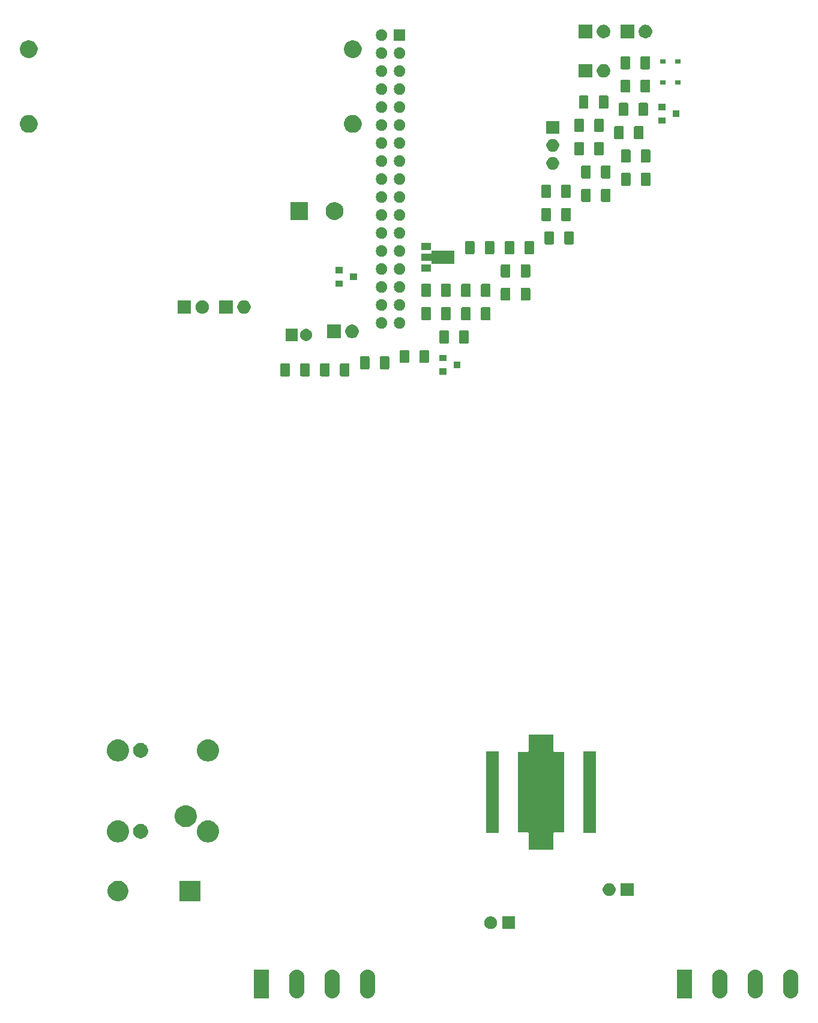
<source format=gbr>
G04 #@! TF.GenerationSoftware,KiCad,Pcbnew,(5.1.6)-1*
G04 #@! TF.CreationDate,2020-07-14T11:46:25+02:00*
G04 #@! TF.ProjectId,sboxnet-booster,73626f78-6e65-4742-9d62-6f6f73746572,rev?*
G04 #@! TF.SameCoordinates,Original*
G04 #@! TF.FileFunction,Soldermask,Top*
G04 #@! TF.FilePolarity,Negative*
%FSLAX46Y46*%
G04 Gerber Fmt 4.6, Leading zero omitted, Abs format (unit mm)*
G04 Created by KiCad (PCBNEW (5.1.6)-1) date 2020-07-14 11:46:25*
%MOMM*%
%LPD*%
G01*
G04 APERTURE LIST*
%ADD10C,0.100000*%
G04 APERTURE END LIST*
D10*
G36*
X63624071Y-154194063D02*
G01*
X63820300Y-154253589D01*
X64001146Y-154350253D01*
X64042437Y-154384140D01*
X64159660Y-154480340D01*
X64289748Y-154638855D01*
X64386410Y-154819697D01*
X64386411Y-154819699D01*
X64445937Y-155015928D01*
X64461000Y-155168868D01*
X64461000Y-157251132D01*
X64445937Y-157404072D01*
X64386411Y-157600301D01*
X64386410Y-157600303D01*
X64289748Y-157781145D01*
X64159660Y-157939660D01*
X64001145Y-158069748D01*
X63820303Y-158166410D01*
X63820301Y-158166411D01*
X63624072Y-158225937D01*
X63420000Y-158246036D01*
X63215929Y-158225937D01*
X63019700Y-158166411D01*
X63019698Y-158166410D01*
X62838856Y-158069748D01*
X62680341Y-157939660D01*
X62550253Y-157781145D01*
X62453591Y-157600303D01*
X62453590Y-157600301D01*
X62394064Y-157404072D01*
X62379001Y-157251132D01*
X62379000Y-155168869D01*
X62394063Y-155015929D01*
X62453589Y-154819700D01*
X62550253Y-154638854D01*
X62584140Y-154597563D01*
X62680340Y-154480340D01*
X62838855Y-154350252D01*
X63019697Y-154253590D01*
X63019699Y-154253589D01*
X63215928Y-154194063D01*
X63420000Y-154173964D01*
X63624071Y-154194063D01*
G37*
G36*
X68624071Y-154194063D02*
G01*
X68820300Y-154253589D01*
X69001146Y-154350253D01*
X69042437Y-154384140D01*
X69159660Y-154480340D01*
X69289748Y-154638855D01*
X69386410Y-154819697D01*
X69386411Y-154819699D01*
X69445937Y-155015928D01*
X69461000Y-155168868D01*
X69461000Y-157251132D01*
X69445937Y-157404072D01*
X69386411Y-157600301D01*
X69386410Y-157600303D01*
X69289748Y-157781145D01*
X69159660Y-157939660D01*
X69001145Y-158069748D01*
X68820303Y-158166410D01*
X68820301Y-158166411D01*
X68624072Y-158225937D01*
X68420000Y-158246036D01*
X68215929Y-158225937D01*
X68019700Y-158166411D01*
X68019698Y-158166410D01*
X67838856Y-158069748D01*
X67680341Y-157939660D01*
X67550253Y-157781145D01*
X67453591Y-157600303D01*
X67453590Y-157600301D01*
X67394064Y-157404072D01*
X67379001Y-157251132D01*
X67379000Y-155168869D01*
X67394063Y-155015929D01*
X67453589Y-154819700D01*
X67550253Y-154638854D01*
X67584140Y-154597563D01*
X67680340Y-154480340D01*
X67838855Y-154350252D01*
X68019697Y-154253590D01*
X68019699Y-154253589D01*
X68215928Y-154194063D01*
X68420000Y-154173964D01*
X68624071Y-154194063D01*
G37*
G36*
X123314071Y-154194063D02*
G01*
X123510300Y-154253589D01*
X123691146Y-154350253D01*
X123732437Y-154384140D01*
X123849660Y-154480340D01*
X123979748Y-154638855D01*
X124076410Y-154819697D01*
X124076411Y-154819699D01*
X124135937Y-155015928D01*
X124151000Y-155168868D01*
X124151000Y-157251132D01*
X124135937Y-157404072D01*
X124076411Y-157600301D01*
X124076410Y-157600303D01*
X123979748Y-157781145D01*
X123849660Y-157939660D01*
X123691145Y-158069748D01*
X123510303Y-158166410D01*
X123510301Y-158166411D01*
X123314072Y-158225937D01*
X123110000Y-158246036D01*
X122905929Y-158225937D01*
X122709700Y-158166411D01*
X122709698Y-158166410D01*
X122528856Y-158069748D01*
X122370341Y-157939660D01*
X122240253Y-157781145D01*
X122143591Y-157600303D01*
X122143590Y-157600301D01*
X122084064Y-157404072D01*
X122069001Y-157251132D01*
X122069000Y-155168869D01*
X122084063Y-155015929D01*
X122143589Y-154819700D01*
X122240253Y-154638854D01*
X122274140Y-154597563D01*
X122370340Y-154480340D01*
X122528855Y-154350252D01*
X122709697Y-154253590D01*
X122709699Y-154253589D01*
X122905928Y-154194063D01*
X123110000Y-154173964D01*
X123314071Y-154194063D01*
G37*
G36*
X133314071Y-154194063D02*
G01*
X133510300Y-154253589D01*
X133691146Y-154350253D01*
X133732437Y-154384140D01*
X133849660Y-154480340D01*
X133979748Y-154638855D01*
X134076410Y-154819697D01*
X134076411Y-154819699D01*
X134135937Y-155015928D01*
X134151000Y-155168868D01*
X134151000Y-157251132D01*
X134135937Y-157404072D01*
X134076411Y-157600301D01*
X134076410Y-157600303D01*
X133979748Y-157781145D01*
X133849660Y-157939660D01*
X133691145Y-158069748D01*
X133510303Y-158166410D01*
X133510301Y-158166411D01*
X133314072Y-158225937D01*
X133110000Y-158246036D01*
X132905929Y-158225937D01*
X132709700Y-158166411D01*
X132709698Y-158166410D01*
X132528856Y-158069748D01*
X132370341Y-157939660D01*
X132240253Y-157781145D01*
X132143591Y-157600303D01*
X132143590Y-157600301D01*
X132084064Y-157404072D01*
X132069001Y-157251132D01*
X132069000Y-155168869D01*
X132084063Y-155015929D01*
X132143589Y-154819700D01*
X132240253Y-154638854D01*
X132274140Y-154597563D01*
X132370340Y-154480340D01*
X132528855Y-154350252D01*
X132709697Y-154253590D01*
X132709699Y-154253589D01*
X132905928Y-154194063D01*
X133110000Y-154173964D01*
X133314071Y-154194063D01*
G37*
G36*
X73624071Y-154194063D02*
G01*
X73820300Y-154253589D01*
X74001146Y-154350253D01*
X74042437Y-154384140D01*
X74159660Y-154480340D01*
X74289748Y-154638855D01*
X74386410Y-154819697D01*
X74386411Y-154819699D01*
X74445937Y-155015928D01*
X74461000Y-155168868D01*
X74461000Y-157251132D01*
X74445937Y-157404072D01*
X74386411Y-157600301D01*
X74386410Y-157600303D01*
X74289748Y-157781145D01*
X74159660Y-157939660D01*
X74001145Y-158069748D01*
X73820303Y-158166410D01*
X73820301Y-158166411D01*
X73624072Y-158225937D01*
X73420000Y-158246036D01*
X73215929Y-158225937D01*
X73019700Y-158166411D01*
X73019698Y-158166410D01*
X72838856Y-158069748D01*
X72680341Y-157939660D01*
X72550253Y-157781145D01*
X72453591Y-157600303D01*
X72453590Y-157600301D01*
X72394064Y-157404072D01*
X72379001Y-157251132D01*
X72379000Y-155168869D01*
X72394063Y-155015929D01*
X72453589Y-154819700D01*
X72550253Y-154638854D01*
X72584140Y-154597563D01*
X72680340Y-154480340D01*
X72838855Y-154350252D01*
X73019697Y-154253590D01*
X73019699Y-154253589D01*
X73215928Y-154194063D01*
X73420000Y-154173964D01*
X73624071Y-154194063D01*
G37*
G36*
X128314071Y-154194063D02*
G01*
X128510300Y-154253589D01*
X128691146Y-154350253D01*
X128732437Y-154384140D01*
X128849660Y-154480340D01*
X128979748Y-154638855D01*
X129076410Y-154819697D01*
X129076411Y-154819699D01*
X129135937Y-155015928D01*
X129151000Y-155168868D01*
X129151000Y-157251132D01*
X129135937Y-157404072D01*
X129076411Y-157600301D01*
X129076410Y-157600303D01*
X128979748Y-157781145D01*
X128849660Y-157939660D01*
X128691145Y-158069748D01*
X128510303Y-158166410D01*
X128510301Y-158166411D01*
X128314072Y-158225937D01*
X128110000Y-158246036D01*
X127905929Y-158225937D01*
X127709700Y-158166411D01*
X127709698Y-158166410D01*
X127528856Y-158069748D01*
X127370341Y-157939660D01*
X127240253Y-157781145D01*
X127143591Y-157600303D01*
X127143590Y-157600301D01*
X127084064Y-157404072D01*
X127069001Y-157251132D01*
X127069000Y-155168869D01*
X127084063Y-155015929D01*
X127143589Y-154819700D01*
X127240253Y-154638854D01*
X127274140Y-154597563D01*
X127370340Y-154480340D01*
X127528855Y-154350252D01*
X127709697Y-154253590D01*
X127709699Y-154253589D01*
X127905928Y-154194063D01*
X128110000Y-154173964D01*
X128314071Y-154194063D01*
G37*
G36*
X59461000Y-158241000D02*
G01*
X57379000Y-158241000D01*
X57379000Y-154179000D01*
X59461000Y-154179000D01*
X59461000Y-158241000D01*
G37*
G36*
X119151000Y-158241000D02*
G01*
X117069000Y-158241000D01*
X117069000Y-154179000D01*
X119151000Y-154179000D01*
X119151000Y-158241000D01*
G37*
G36*
X90893112Y-146677927D02*
G01*
X91042412Y-146707624D01*
X91206384Y-146775544D01*
X91353954Y-146874147D01*
X91479453Y-146999646D01*
X91578056Y-147147216D01*
X91645976Y-147311188D01*
X91680600Y-147485259D01*
X91680600Y-147662741D01*
X91645976Y-147836812D01*
X91578056Y-148000784D01*
X91479453Y-148148354D01*
X91353954Y-148273853D01*
X91206384Y-148372456D01*
X91042412Y-148440376D01*
X90893112Y-148470073D01*
X90868342Y-148475000D01*
X90690858Y-148475000D01*
X90666088Y-148470073D01*
X90516788Y-148440376D01*
X90352816Y-148372456D01*
X90205246Y-148273853D01*
X90079747Y-148148354D01*
X89981144Y-148000784D01*
X89913224Y-147836812D01*
X89878600Y-147662741D01*
X89878600Y-147485259D01*
X89913224Y-147311188D01*
X89981144Y-147147216D01*
X90079747Y-146999646D01*
X90205246Y-146874147D01*
X90352816Y-146775544D01*
X90516788Y-146707624D01*
X90666088Y-146677927D01*
X90690858Y-146673000D01*
X90868342Y-146673000D01*
X90893112Y-146677927D01*
G37*
G36*
X94220600Y-148475000D02*
G01*
X92418600Y-148475000D01*
X92418600Y-146673000D01*
X94220600Y-146673000D01*
X94220600Y-148475000D01*
G37*
G36*
X49812600Y-144554600D02*
G01*
X46910600Y-144554600D01*
X46910600Y-141652600D01*
X49812600Y-141652600D01*
X49812600Y-144554600D01*
G37*
G36*
X38624841Y-141708360D02*
G01*
X38888905Y-141817739D01*
X39126558Y-141976534D01*
X39328666Y-142178642D01*
X39487461Y-142416295D01*
X39596840Y-142680359D01*
X39652600Y-142960688D01*
X39652600Y-143246512D01*
X39596840Y-143526841D01*
X39487461Y-143790905D01*
X39328666Y-144028558D01*
X39126558Y-144230666D01*
X38888905Y-144389461D01*
X38624841Y-144498840D01*
X38344512Y-144554600D01*
X38058688Y-144554600D01*
X37778359Y-144498840D01*
X37514295Y-144389461D01*
X37276642Y-144230666D01*
X37074534Y-144028558D01*
X36915739Y-143790905D01*
X36806360Y-143526841D01*
X36750600Y-143246512D01*
X36750600Y-142960688D01*
X36806360Y-142680359D01*
X36915739Y-142416295D01*
X37074534Y-142178642D01*
X37276642Y-141976534D01*
X37514295Y-141817739D01*
X37778359Y-141708360D01*
X38058688Y-141652600D01*
X38344512Y-141652600D01*
X38624841Y-141708360D01*
G37*
G36*
X110933800Y-143801400D02*
G01*
X109131800Y-143801400D01*
X109131800Y-141999400D01*
X110933800Y-141999400D01*
X110933800Y-143801400D01*
G37*
G36*
X107606312Y-142004327D02*
G01*
X107755612Y-142034024D01*
X107919584Y-142101944D01*
X108067154Y-142200547D01*
X108192653Y-142326046D01*
X108291256Y-142473616D01*
X108359176Y-142637588D01*
X108393800Y-142811659D01*
X108393800Y-142989141D01*
X108359176Y-143163212D01*
X108291256Y-143327184D01*
X108192653Y-143474754D01*
X108067154Y-143600253D01*
X107919584Y-143698856D01*
X107755612Y-143766776D01*
X107606312Y-143796473D01*
X107581542Y-143801400D01*
X107404058Y-143801400D01*
X107379288Y-143796473D01*
X107229988Y-143766776D01*
X107066016Y-143698856D01*
X106918446Y-143600253D01*
X106792947Y-143474754D01*
X106694344Y-143327184D01*
X106626424Y-143163212D01*
X106591800Y-142989141D01*
X106591800Y-142811659D01*
X106626424Y-142637588D01*
X106694344Y-142473616D01*
X106792947Y-142326046D01*
X106918446Y-142200547D01*
X107066016Y-142101944D01*
X107229988Y-142034024D01*
X107379288Y-142004327D01*
X107404058Y-141999400D01*
X107581542Y-141999400D01*
X107606312Y-142004327D01*
G37*
G36*
X99642600Y-123322601D02*
G01*
X99645002Y-123346987D01*
X99652115Y-123370436D01*
X99663666Y-123392047D01*
X99679211Y-123410989D01*
X99698153Y-123426534D01*
X99719764Y-123438085D01*
X99743213Y-123445198D01*
X99767599Y-123447600D01*
X101142600Y-123447600D01*
X101142600Y-134819600D01*
X99767599Y-134819600D01*
X99743213Y-134822002D01*
X99719764Y-134829115D01*
X99698153Y-134840666D01*
X99679211Y-134856211D01*
X99663666Y-134875153D01*
X99652115Y-134896764D01*
X99645002Y-134920213D01*
X99642600Y-134944599D01*
X99642600Y-137234600D01*
X96140600Y-137234600D01*
X96140600Y-134944599D01*
X96138198Y-134920213D01*
X96131085Y-134896764D01*
X96119534Y-134875153D01*
X96103989Y-134856211D01*
X96085047Y-134840666D01*
X96063436Y-134829115D01*
X96039987Y-134822002D01*
X96015601Y-134819600D01*
X94640600Y-134819600D01*
X94640600Y-123447600D01*
X96015601Y-123447600D01*
X96039987Y-123445198D01*
X96063436Y-123438085D01*
X96085047Y-123426534D01*
X96103989Y-123410989D01*
X96119534Y-123392047D01*
X96131085Y-123370436D01*
X96138198Y-123346987D01*
X96140600Y-123322601D01*
X96140600Y-121032600D01*
X99642600Y-121032600D01*
X99642600Y-123322601D01*
G37*
G36*
X51204185Y-133149602D02*
G01*
X51354010Y-133179404D01*
X51636274Y-133296321D01*
X51890305Y-133466059D01*
X52106341Y-133682095D01*
X52276079Y-133936126D01*
X52374180Y-134172965D01*
X52392996Y-134218391D01*
X52452600Y-134518039D01*
X52452600Y-134823561D01*
X52446105Y-134856211D01*
X52392996Y-135123210D01*
X52276079Y-135405474D01*
X52106341Y-135659505D01*
X51890305Y-135875541D01*
X51636274Y-136045279D01*
X51354010Y-136162196D01*
X51204185Y-136191998D01*
X51054361Y-136221800D01*
X50748839Y-136221800D01*
X50599015Y-136191998D01*
X50449190Y-136162196D01*
X50166926Y-136045279D01*
X49912895Y-135875541D01*
X49696859Y-135659505D01*
X49527121Y-135405474D01*
X49410204Y-135123210D01*
X49357095Y-134856211D01*
X49350600Y-134823561D01*
X49350600Y-134518039D01*
X49410204Y-134218391D01*
X49429020Y-134172965D01*
X49527121Y-133936126D01*
X49696859Y-133682095D01*
X49912895Y-133466059D01*
X50166926Y-133296321D01*
X50449190Y-133179404D01*
X50599015Y-133149602D01*
X50748839Y-133119800D01*
X51054361Y-133119800D01*
X51204185Y-133149602D01*
G37*
G36*
X38504185Y-133149602D02*
G01*
X38654010Y-133179404D01*
X38936274Y-133296321D01*
X39190305Y-133466059D01*
X39406341Y-133682095D01*
X39576079Y-133936126D01*
X39674180Y-134172965D01*
X39692996Y-134218391D01*
X39752600Y-134518039D01*
X39752600Y-134823561D01*
X39746105Y-134856211D01*
X39692996Y-135123210D01*
X39576079Y-135405474D01*
X39406341Y-135659505D01*
X39190305Y-135875541D01*
X38936274Y-136045279D01*
X38654010Y-136162196D01*
X38504185Y-136191998D01*
X38354361Y-136221800D01*
X38048839Y-136221800D01*
X37899015Y-136191998D01*
X37749190Y-136162196D01*
X37466926Y-136045279D01*
X37212895Y-135875541D01*
X36996859Y-135659505D01*
X36827121Y-135405474D01*
X36710204Y-135123210D01*
X36657095Y-134856211D01*
X36650600Y-134823561D01*
X36650600Y-134518039D01*
X36710204Y-134218391D01*
X36729020Y-134172965D01*
X36827121Y-133936126D01*
X36996859Y-133682095D01*
X37212895Y-133466059D01*
X37466926Y-133296321D01*
X37749190Y-133179404D01*
X37899015Y-133149602D01*
X38048839Y-133119800D01*
X38354361Y-133119800D01*
X38504185Y-133149602D01*
G37*
G36*
X41708164Y-133660189D02*
G01*
X41899433Y-133739415D01*
X41899435Y-133739416D01*
X41941615Y-133767600D01*
X42071573Y-133854435D01*
X42217965Y-134000827D01*
X42332985Y-134172967D01*
X42412211Y-134364236D01*
X42452600Y-134567284D01*
X42452600Y-134774316D01*
X42412211Y-134977364D01*
X42351800Y-135123209D01*
X42332984Y-135168635D01*
X42217965Y-135340773D01*
X42071573Y-135487165D01*
X41899435Y-135602184D01*
X41899434Y-135602185D01*
X41899433Y-135602185D01*
X41708164Y-135681411D01*
X41505116Y-135721800D01*
X41298084Y-135721800D01*
X41095036Y-135681411D01*
X40903767Y-135602185D01*
X40903766Y-135602185D01*
X40903765Y-135602184D01*
X40731627Y-135487165D01*
X40585235Y-135340773D01*
X40470216Y-135168635D01*
X40451400Y-135123209D01*
X40390989Y-134977364D01*
X40350600Y-134774316D01*
X40350600Y-134567284D01*
X40390989Y-134364236D01*
X40470215Y-134172967D01*
X40585235Y-134000827D01*
X40731627Y-133854435D01*
X40861585Y-133767600D01*
X40903765Y-133739416D01*
X40903767Y-133739415D01*
X41095036Y-133660189D01*
X41298084Y-133619800D01*
X41505116Y-133619800D01*
X41708164Y-133660189D01*
G37*
G36*
X91942600Y-134899600D02*
G01*
X90140600Y-134899600D01*
X90140600Y-123367600D01*
X91942600Y-123367600D01*
X91942600Y-134899600D01*
G37*
G36*
X105642600Y-134899600D02*
G01*
X103840600Y-134899600D01*
X103840600Y-123367600D01*
X105642600Y-123367600D01*
X105642600Y-134899600D01*
G37*
G36*
X48054185Y-131019602D02*
G01*
X48204010Y-131049404D01*
X48486274Y-131166321D01*
X48740305Y-131336059D01*
X48956341Y-131552095D01*
X49126079Y-131806126D01*
X49242996Y-132088390D01*
X49302600Y-132388040D01*
X49302600Y-132693560D01*
X49242996Y-132993210D01*
X49126079Y-133275474D01*
X48956341Y-133529505D01*
X48740305Y-133745541D01*
X48486274Y-133915279D01*
X48204010Y-134032196D01*
X48054185Y-134061998D01*
X47904361Y-134091800D01*
X47598839Y-134091800D01*
X47449015Y-134061998D01*
X47299190Y-134032196D01*
X47016926Y-133915279D01*
X46762895Y-133745541D01*
X46546859Y-133529505D01*
X46377121Y-133275474D01*
X46260204Y-132993210D01*
X46200600Y-132693560D01*
X46200600Y-132388040D01*
X46260204Y-132088390D01*
X46377121Y-131806126D01*
X46546859Y-131552095D01*
X46762895Y-131336059D01*
X47016926Y-131166321D01*
X47299190Y-131049404D01*
X47449015Y-131019602D01*
X47598839Y-130989800D01*
X47904361Y-130989800D01*
X48054185Y-131019602D01*
G37*
G36*
X38504185Y-121719602D02*
G01*
X38654010Y-121749404D01*
X38936274Y-121866321D01*
X39190305Y-122036059D01*
X39406341Y-122252095D01*
X39576079Y-122506126D01*
X39674180Y-122742965D01*
X39692996Y-122788391D01*
X39752600Y-123088039D01*
X39752600Y-123393561D01*
X39742329Y-123445198D01*
X39692996Y-123693210D01*
X39576079Y-123975474D01*
X39406341Y-124229505D01*
X39190305Y-124445541D01*
X38936274Y-124615279D01*
X38654010Y-124732196D01*
X38504185Y-124761998D01*
X38354361Y-124791800D01*
X38048839Y-124791800D01*
X37899015Y-124761998D01*
X37749190Y-124732196D01*
X37466926Y-124615279D01*
X37212895Y-124445541D01*
X36996859Y-124229505D01*
X36827121Y-123975474D01*
X36710204Y-123693210D01*
X36660871Y-123445198D01*
X36650600Y-123393561D01*
X36650600Y-123088039D01*
X36710204Y-122788391D01*
X36729020Y-122742965D01*
X36827121Y-122506126D01*
X36996859Y-122252095D01*
X37212895Y-122036059D01*
X37466926Y-121866321D01*
X37749190Y-121749404D01*
X37899015Y-121719602D01*
X38048839Y-121689800D01*
X38354361Y-121689800D01*
X38504185Y-121719602D01*
G37*
G36*
X51204185Y-121719602D02*
G01*
X51354010Y-121749404D01*
X51636274Y-121866321D01*
X51890305Y-122036059D01*
X52106341Y-122252095D01*
X52276079Y-122506126D01*
X52374180Y-122742965D01*
X52392996Y-122788391D01*
X52452600Y-123088039D01*
X52452600Y-123393561D01*
X52442329Y-123445198D01*
X52392996Y-123693210D01*
X52276079Y-123975474D01*
X52106341Y-124229505D01*
X51890305Y-124445541D01*
X51636274Y-124615279D01*
X51354010Y-124732196D01*
X51204185Y-124761998D01*
X51054361Y-124791800D01*
X50748839Y-124791800D01*
X50599015Y-124761998D01*
X50449190Y-124732196D01*
X50166926Y-124615279D01*
X49912895Y-124445541D01*
X49696859Y-124229505D01*
X49527121Y-123975474D01*
X49410204Y-123693210D01*
X49360871Y-123445198D01*
X49350600Y-123393561D01*
X49350600Y-123088039D01*
X49410204Y-122788391D01*
X49429020Y-122742965D01*
X49527121Y-122506126D01*
X49696859Y-122252095D01*
X49912895Y-122036059D01*
X50166926Y-121866321D01*
X50449190Y-121749404D01*
X50599015Y-121719602D01*
X50748839Y-121689800D01*
X51054361Y-121689800D01*
X51204185Y-121719602D01*
G37*
G36*
X41708164Y-122230189D02*
G01*
X41899433Y-122309415D01*
X41899435Y-122309416D01*
X42071573Y-122424435D01*
X42217965Y-122570827D01*
X42332985Y-122742967D01*
X42412211Y-122934236D01*
X42452600Y-123137284D01*
X42452600Y-123344316D01*
X42412211Y-123547364D01*
X42351800Y-123693209D01*
X42332984Y-123738635D01*
X42217965Y-123910773D01*
X42071573Y-124057165D01*
X41899435Y-124172184D01*
X41899434Y-124172185D01*
X41899433Y-124172185D01*
X41708164Y-124251411D01*
X41505116Y-124291800D01*
X41298084Y-124291800D01*
X41095036Y-124251411D01*
X40903767Y-124172185D01*
X40903766Y-124172185D01*
X40903765Y-124172184D01*
X40731627Y-124057165D01*
X40585235Y-123910773D01*
X40470216Y-123738635D01*
X40451400Y-123693209D01*
X40390989Y-123547364D01*
X40350600Y-123344316D01*
X40350600Y-123137284D01*
X40390989Y-122934236D01*
X40470215Y-122742967D01*
X40585235Y-122570827D01*
X40731627Y-122424435D01*
X40903765Y-122309416D01*
X40903767Y-122309415D01*
X41095036Y-122230189D01*
X41298084Y-122189800D01*
X41505116Y-122189800D01*
X41708164Y-122230189D01*
G37*
G36*
X62293605Y-68579748D02*
G01*
X62330145Y-68590833D01*
X62363822Y-68608834D01*
X62393342Y-68633060D01*
X62417568Y-68662580D01*
X62435569Y-68696257D01*
X62446654Y-68732797D01*
X62451001Y-68776939D01*
X62451001Y-70225863D01*
X62446654Y-70270005D01*
X62435569Y-70306545D01*
X62417568Y-70340222D01*
X62393342Y-70369742D01*
X62363822Y-70393968D01*
X62330145Y-70411969D01*
X62293605Y-70423054D01*
X62249463Y-70427401D01*
X61300539Y-70427401D01*
X61256397Y-70423054D01*
X61219857Y-70411969D01*
X61186180Y-70393968D01*
X61156660Y-70369742D01*
X61132434Y-70340222D01*
X61114433Y-70306545D01*
X61103348Y-70270005D01*
X61099001Y-70225863D01*
X61099001Y-68776939D01*
X61103348Y-68732797D01*
X61114433Y-68696257D01*
X61132434Y-68662580D01*
X61156660Y-68633060D01*
X61186180Y-68608834D01*
X61219857Y-68590833D01*
X61256397Y-68579748D01*
X61300539Y-68575401D01*
X62249463Y-68575401D01*
X62293605Y-68579748D01*
G37*
G36*
X70703605Y-68579748D02*
G01*
X70740145Y-68590833D01*
X70773822Y-68608834D01*
X70803342Y-68633060D01*
X70827568Y-68662580D01*
X70845569Y-68696257D01*
X70856654Y-68732797D01*
X70861001Y-68776939D01*
X70861001Y-70225863D01*
X70856654Y-70270005D01*
X70845569Y-70306545D01*
X70827568Y-70340222D01*
X70803342Y-70369742D01*
X70773822Y-70393968D01*
X70740145Y-70411969D01*
X70703605Y-70423054D01*
X70659463Y-70427401D01*
X69710539Y-70427401D01*
X69666397Y-70423054D01*
X69629857Y-70411969D01*
X69596180Y-70393968D01*
X69566660Y-70369742D01*
X69542434Y-70340222D01*
X69524433Y-70306545D01*
X69513348Y-70270005D01*
X69509001Y-70225863D01*
X69509001Y-68776939D01*
X69513348Y-68732797D01*
X69524433Y-68696257D01*
X69542434Y-68662580D01*
X69566660Y-68633060D01*
X69596180Y-68608834D01*
X69629857Y-68590833D01*
X69666397Y-68579748D01*
X69710539Y-68575401D01*
X70659463Y-68575401D01*
X70703605Y-68579748D01*
G37*
G36*
X67903605Y-68579748D02*
G01*
X67940145Y-68590833D01*
X67973822Y-68608834D01*
X68003342Y-68633060D01*
X68027568Y-68662580D01*
X68045569Y-68696257D01*
X68056654Y-68732797D01*
X68061001Y-68776939D01*
X68061001Y-70225863D01*
X68056654Y-70270005D01*
X68045569Y-70306545D01*
X68027568Y-70340222D01*
X68003342Y-70369742D01*
X67973822Y-70393968D01*
X67940145Y-70411969D01*
X67903605Y-70423054D01*
X67859463Y-70427401D01*
X66910539Y-70427401D01*
X66866397Y-70423054D01*
X66829857Y-70411969D01*
X66796180Y-70393968D01*
X66766660Y-70369742D01*
X66742434Y-70340222D01*
X66724433Y-70306545D01*
X66713348Y-70270005D01*
X66709001Y-70225863D01*
X66709001Y-68776939D01*
X66713348Y-68732797D01*
X66724433Y-68696257D01*
X66742434Y-68662580D01*
X66766660Y-68633060D01*
X66796180Y-68608834D01*
X66829857Y-68590833D01*
X66866397Y-68579748D01*
X66910539Y-68575401D01*
X67859463Y-68575401D01*
X67903605Y-68579748D01*
G37*
G36*
X65093605Y-68579748D02*
G01*
X65130145Y-68590833D01*
X65163822Y-68608834D01*
X65193342Y-68633060D01*
X65217568Y-68662580D01*
X65235569Y-68696257D01*
X65246654Y-68732797D01*
X65251001Y-68776939D01*
X65251001Y-70225863D01*
X65246654Y-70270005D01*
X65235569Y-70306545D01*
X65217568Y-70340222D01*
X65193342Y-70369742D01*
X65163822Y-70393968D01*
X65130145Y-70411969D01*
X65093605Y-70423054D01*
X65049463Y-70427401D01*
X64100539Y-70427401D01*
X64056397Y-70423054D01*
X64019857Y-70411969D01*
X63986180Y-70393968D01*
X63956660Y-70369742D01*
X63932434Y-70340222D01*
X63914433Y-70306545D01*
X63903348Y-70270005D01*
X63899001Y-70225863D01*
X63899001Y-68776939D01*
X63903348Y-68732797D01*
X63914433Y-68696257D01*
X63932434Y-68662580D01*
X63956660Y-68633060D01*
X63986180Y-68608834D01*
X64019857Y-68590833D01*
X64056397Y-68579748D01*
X64100539Y-68575401D01*
X65049463Y-68575401D01*
X65093605Y-68579748D01*
G37*
G36*
X84536001Y-70192401D02*
G01*
X83534001Y-70192401D01*
X83534001Y-69290401D01*
X84536001Y-69290401D01*
X84536001Y-70192401D01*
G37*
G36*
X76313605Y-67579748D02*
G01*
X76350145Y-67590833D01*
X76383822Y-67608834D01*
X76413342Y-67633060D01*
X76437568Y-67662580D01*
X76455569Y-67696257D01*
X76466654Y-67732797D01*
X76471001Y-67776939D01*
X76471001Y-69225863D01*
X76466654Y-69270005D01*
X76455569Y-69306545D01*
X76437568Y-69340222D01*
X76413342Y-69369742D01*
X76383822Y-69393968D01*
X76350145Y-69411969D01*
X76313605Y-69423054D01*
X76269463Y-69427401D01*
X75320539Y-69427401D01*
X75276397Y-69423054D01*
X75239857Y-69411969D01*
X75206180Y-69393968D01*
X75176660Y-69369742D01*
X75152434Y-69340222D01*
X75134433Y-69306545D01*
X75123348Y-69270005D01*
X75119001Y-69225863D01*
X75119001Y-67776939D01*
X75123348Y-67732797D01*
X75134433Y-67696257D01*
X75152434Y-67662580D01*
X75176660Y-67633060D01*
X75206180Y-67608834D01*
X75239857Y-67590833D01*
X75276397Y-67579748D01*
X75320539Y-67575401D01*
X76269463Y-67575401D01*
X76313605Y-67579748D01*
G37*
G36*
X73513605Y-67579748D02*
G01*
X73550145Y-67590833D01*
X73583822Y-67608834D01*
X73613342Y-67633060D01*
X73637568Y-67662580D01*
X73655569Y-67696257D01*
X73666654Y-67732797D01*
X73671001Y-67776939D01*
X73671001Y-69225863D01*
X73666654Y-69270005D01*
X73655569Y-69306545D01*
X73637568Y-69340222D01*
X73613342Y-69369742D01*
X73583822Y-69393968D01*
X73550145Y-69411969D01*
X73513605Y-69423054D01*
X73469463Y-69427401D01*
X72520539Y-69427401D01*
X72476397Y-69423054D01*
X72439857Y-69411969D01*
X72406180Y-69393968D01*
X72376660Y-69369742D01*
X72352434Y-69340222D01*
X72334433Y-69306545D01*
X72323348Y-69270005D01*
X72319001Y-69225863D01*
X72319001Y-67776939D01*
X72323348Y-67732797D01*
X72334433Y-67696257D01*
X72352434Y-67662580D01*
X72376660Y-67633060D01*
X72406180Y-67608834D01*
X72439857Y-67590833D01*
X72476397Y-67579748D01*
X72520539Y-67575401D01*
X73469463Y-67575401D01*
X73513605Y-67579748D01*
G37*
G36*
X86536001Y-69242401D02*
G01*
X85534001Y-69242401D01*
X85534001Y-68340401D01*
X86536001Y-68340401D01*
X86536001Y-69242401D01*
G37*
G36*
X79123605Y-66709748D02*
G01*
X79160145Y-66720833D01*
X79193822Y-66738834D01*
X79223342Y-66763060D01*
X79247568Y-66792580D01*
X79265569Y-66826257D01*
X79276654Y-66862797D01*
X79281001Y-66906939D01*
X79281001Y-68355863D01*
X79276654Y-68400005D01*
X79265569Y-68436545D01*
X79247568Y-68470222D01*
X79223342Y-68499742D01*
X79193822Y-68523968D01*
X79160145Y-68541969D01*
X79123605Y-68553054D01*
X79079463Y-68557401D01*
X78130539Y-68557401D01*
X78086397Y-68553054D01*
X78049857Y-68541969D01*
X78016180Y-68523968D01*
X77986660Y-68499742D01*
X77962434Y-68470222D01*
X77944433Y-68436545D01*
X77933348Y-68400005D01*
X77929001Y-68355863D01*
X77929001Y-66906939D01*
X77933348Y-66862797D01*
X77944433Y-66826257D01*
X77962434Y-66792580D01*
X77986660Y-66763060D01*
X78016180Y-66738834D01*
X78049857Y-66720833D01*
X78086397Y-66709748D01*
X78130539Y-66705401D01*
X79079463Y-66705401D01*
X79123605Y-66709748D01*
G37*
G36*
X81923605Y-66709748D02*
G01*
X81960145Y-66720833D01*
X81993822Y-66738834D01*
X82023342Y-66763060D01*
X82047568Y-66792580D01*
X82065569Y-66826257D01*
X82076654Y-66862797D01*
X82081001Y-66906939D01*
X82081001Y-68355863D01*
X82076654Y-68400005D01*
X82065569Y-68436545D01*
X82047568Y-68470222D01*
X82023342Y-68499742D01*
X81993822Y-68523968D01*
X81960145Y-68541969D01*
X81923605Y-68553054D01*
X81879463Y-68557401D01*
X80930539Y-68557401D01*
X80886397Y-68553054D01*
X80849857Y-68541969D01*
X80816180Y-68523968D01*
X80786660Y-68499742D01*
X80762434Y-68470222D01*
X80744433Y-68436545D01*
X80733348Y-68400005D01*
X80729001Y-68355863D01*
X80729001Y-66906939D01*
X80733348Y-66862797D01*
X80744433Y-66826257D01*
X80762434Y-66792580D01*
X80786660Y-66763060D01*
X80816180Y-66738834D01*
X80849857Y-66720833D01*
X80886397Y-66709748D01*
X80930539Y-66705401D01*
X81879463Y-66705401D01*
X81923605Y-66709748D01*
G37*
G36*
X84536001Y-68292401D02*
G01*
X83534001Y-68292401D01*
X83534001Y-67390401D01*
X84536001Y-67390401D01*
X84536001Y-68292401D01*
G37*
G36*
X84733605Y-63949748D02*
G01*
X84770145Y-63960833D01*
X84803822Y-63978834D01*
X84833342Y-64003060D01*
X84857568Y-64032580D01*
X84875569Y-64066257D01*
X84886654Y-64102797D01*
X84891001Y-64146939D01*
X84891001Y-65595863D01*
X84886654Y-65640005D01*
X84875569Y-65676545D01*
X84857568Y-65710222D01*
X84833342Y-65739742D01*
X84803822Y-65763968D01*
X84770145Y-65781969D01*
X84733605Y-65793054D01*
X84689463Y-65797401D01*
X83740539Y-65797401D01*
X83696397Y-65793054D01*
X83659857Y-65781969D01*
X83626180Y-65763968D01*
X83596660Y-65739742D01*
X83572434Y-65710222D01*
X83554433Y-65676545D01*
X83543348Y-65640005D01*
X83539001Y-65595863D01*
X83539001Y-64146939D01*
X83543348Y-64102797D01*
X83554433Y-64066257D01*
X83572434Y-64032580D01*
X83596660Y-64003060D01*
X83626180Y-63978834D01*
X83659857Y-63960833D01*
X83696397Y-63949748D01*
X83740539Y-63945401D01*
X84689463Y-63945401D01*
X84733605Y-63949748D01*
G37*
G36*
X87533605Y-63949748D02*
G01*
X87570145Y-63960833D01*
X87603822Y-63978834D01*
X87633342Y-64003060D01*
X87657568Y-64032580D01*
X87675569Y-64066257D01*
X87686654Y-64102797D01*
X87691001Y-64146939D01*
X87691001Y-65595863D01*
X87686654Y-65640005D01*
X87675569Y-65676545D01*
X87657568Y-65710222D01*
X87633342Y-65739742D01*
X87603822Y-65763968D01*
X87570145Y-65781969D01*
X87533605Y-65793054D01*
X87489463Y-65797401D01*
X86540539Y-65797401D01*
X86496397Y-65793054D01*
X86459857Y-65781969D01*
X86426180Y-65763968D01*
X86396660Y-65739742D01*
X86372434Y-65710222D01*
X86354433Y-65676545D01*
X86343348Y-65640005D01*
X86339001Y-65595863D01*
X86339001Y-64146939D01*
X86343348Y-64102797D01*
X86354433Y-64066257D01*
X86372434Y-64032580D01*
X86396660Y-64003060D01*
X86426180Y-63978834D01*
X86459857Y-63960833D01*
X86496397Y-63949748D01*
X86540539Y-63945401D01*
X87489463Y-63945401D01*
X87533605Y-63949748D01*
G37*
G36*
X64983004Y-63763104D02*
G01*
X65137876Y-63827254D01*
X65277257Y-63920386D01*
X65395791Y-64038920D01*
X65488923Y-64178301D01*
X65553073Y-64333173D01*
X65585776Y-64497585D01*
X65585776Y-64665217D01*
X65553073Y-64829629D01*
X65488923Y-64984501D01*
X65395791Y-65123882D01*
X65277257Y-65242416D01*
X65137876Y-65335548D01*
X64983004Y-65399698D01*
X64818592Y-65432401D01*
X64650960Y-65432401D01*
X64486548Y-65399698D01*
X64331676Y-65335548D01*
X64192295Y-65242416D01*
X64073761Y-65123882D01*
X63980629Y-64984501D01*
X63916479Y-64829629D01*
X63883776Y-64665217D01*
X63883776Y-64497585D01*
X63916479Y-64333173D01*
X63980629Y-64178301D01*
X64073761Y-64038920D01*
X64192295Y-63920386D01*
X64331676Y-63827254D01*
X64486548Y-63763104D01*
X64650960Y-63730401D01*
X64818592Y-63730401D01*
X64983004Y-63763104D01*
G37*
G36*
X63585776Y-65432401D02*
G01*
X61883776Y-65432401D01*
X61883776Y-63730401D01*
X63585776Y-63730401D01*
X63585776Y-65432401D01*
G37*
G36*
X69626001Y-65032401D02*
G01*
X67724001Y-65032401D01*
X67724001Y-63130401D01*
X69626001Y-63130401D01*
X69626001Y-65032401D01*
G37*
G36*
X71492396Y-63166947D02*
G01*
X71665467Y-63238635D01*
X71665468Y-63238636D01*
X71821228Y-63342711D01*
X71953691Y-63475174D01*
X71953692Y-63475176D01*
X72057767Y-63630935D01*
X72129455Y-63804006D01*
X72166001Y-63987734D01*
X72166001Y-64175068D01*
X72129455Y-64358796D01*
X72057767Y-64531867D01*
X72057766Y-64531868D01*
X71953691Y-64687628D01*
X71821228Y-64820091D01*
X71742819Y-64872482D01*
X71665467Y-64924167D01*
X71492396Y-64995855D01*
X71308668Y-65032401D01*
X71121334Y-65032401D01*
X70937606Y-64995855D01*
X70764535Y-64924167D01*
X70687183Y-64872482D01*
X70608774Y-64820091D01*
X70476311Y-64687628D01*
X70372236Y-64531868D01*
X70372235Y-64531867D01*
X70300547Y-64358796D01*
X70264001Y-64175068D01*
X70264001Y-63987734D01*
X70300547Y-63804006D01*
X70372235Y-63630935D01*
X70476310Y-63475176D01*
X70476311Y-63475174D01*
X70608774Y-63342711D01*
X70764534Y-63238636D01*
X70764535Y-63238635D01*
X70937606Y-63166947D01*
X71121334Y-63130401D01*
X71308668Y-63130401D01*
X71492396Y-63166947D01*
G37*
G36*
X75621143Y-62104642D02*
G01*
X75769102Y-62165929D01*
X75902256Y-62254899D01*
X76015502Y-62368145D01*
X76104472Y-62501299D01*
X76165759Y-62649258D01*
X76197001Y-62806325D01*
X76197001Y-62966475D01*
X76165759Y-63123542D01*
X76104472Y-63271501D01*
X76015502Y-63404655D01*
X75902256Y-63517901D01*
X75769102Y-63606871D01*
X75621143Y-63668158D01*
X75464076Y-63699400D01*
X75303926Y-63699400D01*
X75146859Y-63668158D01*
X74998900Y-63606871D01*
X74865746Y-63517901D01*
X74752500Y-63404655D01*
X74663530Y-63271501D01*
X74602243Y-63123542D01*
X74571001Y-62966475D01*
X74571001Y-62806325D01*
X74602243Y-62649258D01*
X74663530Y-62501299D01*
X74752500Y-62368145D01*
X74865746Y-62254899D01*
X74998900Y-62165929D01*
X75146859Y-62104642D01*
X75303926Y-62073400D01*
X75464076Y-62073400D01*
X75621143Y-62104642D01*
G37*
G36*
X78161143Y-62104642D02*
G01*
X78309102Y-62165929D01*
X78442256Y-62254899D01*
X78555502Y-62368145D01*
X78644472Y-62501299D01*
X78705759Y-62649258D01*
X78737001Y-62806325D01*
X78737001Y-62966475D01*
X78705759Y-63123542D01*
X78644472Y-63271501D01*
X78555502Y-63404655D01*
X78442256Y-63517901D01*
X78309102Y-63606871D01*
X78161143Y-63668158D01*
X78004076Y-63699400D01*
X77843926Y-63699400D01*
X77686859Y-63668158D01*
X77538900Y-63606871D01*
X77405746Y-63517901D01*
X77292500Y-63404655D01*
X77203530Y-63271501D01*
X77142243Y-63123542D01*
X77111001Y-62966475D01*
X77111001Y-62806325D01*
X77142243Y-62649258D01*
X77203530Y-62501299D01*
X77292500Y-62368145D01*
X77405746Y-62254899D01*
X77538900Y-62165929D01*
X77686859Y-62104642D01*
X77843926Y-62073400D01*
X78004076Y-62073400D01*
X78161143Y-62104642D01*
G37*
G36*
X90593605Y-60659748D02*
G01*
X90630145Y-60670833D01*
X90663822Y-60688834D01*
X90693342Y-60713060D01*
X90717568Y-60742580D01*
X90735569Y-60776257D01*
X90746654Y-60812797D01*
X90751001Y-60856939D01*
X90751001Y-62305863D01*
X90746654Y-62350005D01*
X90735569Y-62386545D01*
X90717568Y-62420222D01*
X90693342Y-62449742D01*
X90663822Y-62473968D01*
X90630145Y-62491969D01*
X90593605Y-62503054D01*
X90549463Y-62507401D01*
X89600539Y-62507401D01*
X89556397Y-62503054D01*
X89519857Y-62491969D01*
X89486180Y-62473968D01*
X89456660Y-62449742D01*
X89432434Y-62420222D01*
X89414433Y-62386545D01*
X89403348Y-62350005D01*
X89399001Y-62305863D01*
X89399001Y-60856939D01*
X89403348Y-60812797D01*
X89414433Y-60776257D01*
X89432434Y-60742580D01*
X89456660Y-60713060D01*
X89486180Y-60688834D01*
X89519857Y-60670833D01*
X89556397Y-60659748D01*
X89600539Y-60655401D01*
X90549463Y-60655401D01*
X90593605Y-60659748D01*
G37*
G36*
X82183605Y-60659748D02*
G01*
X82220145Y-60670833D01*
X82253822Y-60688834D01*
X82283342Y-60713060D01*
X82307568Y-60742580D01*
X82325569Y-60776257D01*
X82336654Y-60812797D01*
X82341001Y-60856939D01*
X82341001Y-62305863D01*
X82336654Y-62350005D01*
X82325569Y-62386545D01*
X82307568Y-62420222D01*
X82283342Y-62449742D01*
X82253822Y-62473968D01*
X82220145Y-62491969D01*
X82183605Y-62503054D01*
X82139463Y-62507401D01*
X81190539Y-62507401D01*
X81146397Y-62503054D01*
X81109857Y-62491969D01*
X81076180Y-62473968D01*
X81046660Y-62449742D01*
X81022434Y-62420222D01*
X81004433Y-62386545D01*
X80993348Y-62350005D01*
X80989001Y-62305863D01*
X80989001Y-60856939D01*
X80993348Y-60812797D01*
X81004433Y-60776257D01*
X81022434Y-60742580D01*
X81046660Y-60713060D01*
X81076180Y-60688834D01*
X81109857Y-60670833D01*
X81146397Y-60659748D01*
X81190539Y-60655401D01*
X82139463Y-60655401D01*
X82183605Y-60659748D01*
G37*
G36*
X84983605Y-60659748D02*
G01*
X85020145Y-60670833D01*
X85053822Y-60688834D01*
X85083342Y-60713060D01*
X85107568Y-60742580D01*
X85125569Y-60776257D01*
X85136654Y-60812797D01*
X85141001Y-60856939D01*
X85141001Y-62305863D01*
X85136654Y-62350005D01*
X85125569Y-62386545D01*
X85107568Y-62420222D01*
X85083342Y-62449742D01*
X85053822Y-62473968D01*
X85020145Y-62491969D01*
X84983605Y-62503054D01*
X84939463Y-62507401D01*
X83990539Y-62507401D01*
X83946397Y-62503054D01*
X83909857Y-62491969D01*
X83876180Y-62473968D01*
X83846660Y-62449742D01*
X83822434Y-62420222D01*
X83804433Y-62386545D01*
X83793348Y-62350005D01*
X83789001Y-62305863D01*
X83789001Y-60856939D01*
X83793348Y-60812797D01*
X83804433Y-60776257D01*
X83822434Y-60742580D01*
X83846660Y-60713060D01*
X83876180Y-60688834D01*
X83909857Y-60670833D01*
X83946397Y-60659748D01*
X83990539Y-60655401D01*
X84939463Y-60655401D01*
X84983605Y-60659748D01*
G37*
G36*
X87793605Y-60659748D02*
G01*
X87830145Y-60670833D01*
X87863822Y-60688834D01*
X87893342Y-60713060D01*
X87917568Y-60742580D01*
X87935569Y-60776257D01*
X87946654Y-60812797D01*
X87951001Y-60856939D01*
X87951001Y-62305863D01*
X87946654Y-62350005D01*
X87935569Y-62386545D01*
X87917568Y-62420222D01*
X87893342Y-62449742D01*
X87863822Y-62473968D01*
X87830145Y-62491969D01*
X87793605Y-62503054D01*
X87749463Y-62507401D01*
X86800539Y-62507401D01*
X86756397Y-62503054D01*
X86719857Y-62491969D01*
X86686180Y-62473968D01*
X86656660Y-62449742D01*
X86632434Y-62420222D01*
X86614433Y-62386545D01*
X86603348Y-62350005D01*
X86599001Y-62305863D01*
X86599001Y-60856939D01*
X86603348Y-60812797D01*
X86614433Y-60776257D01*
X86632434Y-60742580D01*
X86656660Y-60713060D01*
X86686180Y-60688834D01*
X86719857Y-60670833D01*
X86756397Y-60659748D01*
X86800539Y-60655401D01*
X87749463Y-60655401D01*
X87793605Y-60659748D01*
G37*
G36*
X50352396Y-59716947D02*
G01*
X50525467Y-59788635D01*
X50525468Y-59788636D01*
X50681228Y-59892711D01*
X50813691Y-60025174D01*
X50813692Y-60025176D01*
X50917767Y-60180935D01*
X50989455Y-60354006D01*
X51026001Y-60537734D01*
X51026001Y-60725068D01*
X50989455Y-60908796D01*
X50917767Y-61081867D01*
X50917766Y-61081868D01*
X50813691Y-61237628D01*
X50681228Y-61370091D01*
X50602819Y-61422482D01*
X50525467Y-61474167D01*
X50352396Y-61545855D01*
X50168668Y-61582401D01*
X49981334Y-61582401D01*
X49797606Y-61545855D01*
X49624535Y-61474167D01*
X49547183Y-61422482D01*
X49468774Y-61370091D01*
X49336311Y-61237628D01*
X49232236Y-61081868D01*
X49232235Y-61081867D01*
X49160547Y-60908796D01*
X49124001Y-60725068D01*
X49124001Y-60537734D01*
X49160547Y-60354006D01*
X49232235Y-60180935D01*
X49336310Y-60025176D01*
X49336311Y-60025174D01*
X49468774Y-59892711D01*
X49624534Y-59788636D01*
X49624535Y-59788635D01*
X49797606Y-59716947D01*
X49981334Y-59680401D01*
X50168668Y-59680401D01*
X50352396Y-59716947D01*
G37*
G36*
X56252396Y-59716947D02*
G01*
X56425467Y-59788635D01*
X56425468Y-59788636D01*
X56581228Y-59892711D01*
X56713691Y-60025174D01*
X56713692Y-60025176D01*
X56817767Y-60180935D01*
X56889455Y-60354006D01*
X56926001Y-60537734D01*
X56926001Y-60725068D01*
X56889455Y-60908796D01*
X56817767Y-61081867D01*
X56817766Y-61081868D01*
X56713691Y-61237628D01*
X56581228Y-61370091D01*
X56502819Y-61422482D01*
X56425467Y-61474167D01*
X56252396Y-61545855D01*
X56068668Y-61582401D01*
X55881334Y-61582401D01*
X55697606Y-61545855D01*
X55524535Y-61474167D01*
X55447183Y-61422482D01*
X55368774Y-61370091D01*
X55236311Y-61237628D01*
X55132236Y-61081868D01*
X55132235Y-61081867D01*
X55060547Y-60908796D01*
X55024001Y-60725068D01*
X55024001Y-60537734D01*
X55060547Y-60354006D01*
X55132235Y-60180935D01*
X55236310Y-60025176D01*
X55236311Y-60025174D01*
X55368774Y-59892711D01*
X55524534Y-59788636D01*
X55524535Y-59788635D01*
X55697606Y-59716947D01*
X55881334Y-59680401D01*
X56068668Y-59680401D01*
X56252396Y-59716947D01*
G37*
G36*
X54386001Y-61582401D02*
G01*
X52484001Y-61582401D01*
X52484001Y-59680401D01*
X54386001Y-59680401D01*
X54386001Y-61582401D01*
G37*
G36*
X48486001Y-61582401D02*
G01*
X46584001Y-61582401D01*
X46584001Y-59680401D01*
X48486001Y-59680401D01*
X48486001Y-61582401D01*
G37*
G36*
X78161143Y-59564642D02*
G01*
X78309102Y-59625929D01*
X78442256Y-59714899D01*
X78555502Y-59828145D01*
X78644472Y-59961299D01*
X78705759Y-60109258D01*
X78737001Y-60266325D01*
X78737001Y-60426475D01*
X78705759Y-60583542D01*
X78644472Y-60731501D01*
X78555502Y-60864655D01*
X78442256Y-60977901D01*
X78309102Y-61066871D01*
X78161143Y-61128158D01*
X78004076Y-61159400D01*
X77843926Y-61159400D01*
X77686859Y-61128158D01*
X77538900Y-61066871D01*
X77405746Y-60977901D01*
X77292500Y-60864655D01*
X77203530Y-60731501D01*
X77142243Y-60583542D01*
X77111001Y-60426475D01*
X77111001Y-60266325D01*
X77142243Y-60109258D01*
X77203530Y-59961299D01*
X77292500Y-59828145D01*
X77405746Y-59714899D01*
X77538900Y-59625929D01*
X77686859Y-59564642D01*
X77843926Y-59533400D01*
X78004076Y-59533400D01*
X78161143Y-59564642D01*
G37*
G36*
X75621143Y-59564642D02*
G01*
X75769102Y-59625929D01*
X75902256Y-59714899D01*
X76015502Y-59828145D01*
X76104472Y-59961299D01*
X76165759Y-60109258D01*
X76197001Y-60266325D01*
X76197001Y-60426475D01*
X76165759Y-60583542D01*
X76104472Y-60731501D01*
X76015502Y-60864655D01*
X75902256Y-60977901D01*
X75769102Y-61066871D01*
X75621143Y-61128158D01*
X75464076Y-61159400D01*
X75303926Y-61159400D01*
X75146859Y-61128158D01*
X74998900Y-61066871D01*
X74865746Y-60977901D01*
X74752500Y-60864655D01*
X74663530Y-60731501D01*
X74602243Y-60583542D01*
X74571001Y-60426475D01*
X74571001Y-60266325D01*
X74602243Y-60109258D01*
X74663530Y-59961299D01*
X74752500Y-59828145D01*
X74865746Y-59714899D01*
X74998900Y-59625929D01*
X75146859Y-59564642D01*
X75303926Y-59533400D01*
X75464076Y-59533400D01*
X75621143Y-59564642D01*
G37*
G36*
X96203605Y-57899748D02*
G01*
X96240145Y-57910833D01*
X96273822Y-57928834D01*
X96303342Y-57953060D01*
X96327568Y-57982580D01*
X96345569Y-58016257D01*
X96356654Y-58052797D01*
X96361001Y-58096939D01*
X96361001Y-59545863D01*
X96356654Y-59590005D01*
X96345569Y-59626545D01*
X96327568Y-59660222D01*
X96303342Y-59689742D01*
X96273822Y-59713968D01*
X96240145Y-59731969D01*
X96203605Y-59743054D01*
X96159463Y-59747401D01*
X95210539Y-59747401D01*
X95166397Y-59743054D01*
X95129857Y-59731969D01*
X95096180Y-59713968D01*
X95066660Y-59689742D01*
X95042434Y-59660222D01*
X95024433Y-59626545D01*
X95013348Y-59590005D01*
X95009001Y-59545863D01*
X95009001Y-58096939D01*
X95013348Y-58052797D01*
X95024433Y-58016257D01*
X95042434Y-57982580D01*
X95066660Y-57953060D01*
X95096180Y-57928834D01*
X95129857Y-57910833D01*
X95166397Y-57899748D01*
X95210539Y-57895401D01*
X96159463Y-57895401D01*
X96203605Y-57899748D01*
G37*
G36*
X93403605Y-57899748D02*
G01*
X93440145Y-57910833D01*
X93473822Y-57928834D01*
X93503342Y-57953060D01*
X93527568Y-57982580D01*
X93545569Y-58016257D01*
X93556654Y-58052797D01*
X93561001Y-58096939D01*
X93561001Y-59545863D01*
X93556654Y-59590005D01*
X93545569Y-59626545D01*
X93527568Y-59660222D01*
X93503342Y-59689742D01*
X93473822Y-59713968D01*
X93440145Y-59731969D01*
X93403605Y-59743054D01*
X93359463Y-59747401D01*
X92410539Y-59747401D01*
X92366397Y-59743054D01*
X92329857Y-59731969D01*
X92296180Y-59713968D01*
X92266660Y-59689742D01*
X92242434Y-59660222D01*
X92224433Y-59626545D01*
X92213348Y-59590005D01*
X92209001Y-59545863D01*
X92209001Y-58096939D01*
X92213348Y-58052797D01*
X92224433Y-58016257D01*
X92242434Y-57982580D01*
X92266660Y-57953060D01*
X92296180Y-57928834D01*
X92329857Y-57910833D01*
X92366397Y-57899748D01*
X92410539Y-57895401D01*
X93359463Y-57895401D01*
X93403605Y-57899748D01*
G37*
G36*
X84983605Y-57369748D02*
G01*
X85020145Y-57380833D01*
X85053822Y-57398834D01*
X85083342Y-57423060D01*
X85107568Y-57452580D01*
X85125569Y-57486257D01*
X85136654Y-57522797D01*
X85141001Y-57566939D01*
X85141001Y-59015863D01*
X85136654Y-59060005D01*
X85125569Y-59096545D01*
X85107568Y-59130222D01*
X85083342Y-59159742D01*
X85053822Y-59183968D01*
X85020145Y-59201969D01*
X84983605Y-59213054D01*
X84939463Y-59217401D01*
X83990539Y-59217401D01*
X83946397Y-59213054D01*
X83909857Y-59201969D01*
X83876180Y-59183968D01*
X83846660Y-59159742D01*
X83822434Y-59130222D01*
X83804433Y-59096545D01*
X83793348Y-59060005D01*
X83789001Y-59015863D01*
X83789001Y-57566939D01*
X83793348Y-57522797D01*
X83804433Y-57486257D01*
X83822434Y-57452580D01*
X83846660Y-57423060D01*
X83876180Y-57398834D01*
X83909857Y-57380833D01*
X83946397Y-57369748D01*
X83990539Y-57365401D01*
X84939463Y-57365401D01*
X84983605Y-57369748D01*
G37*
G36*
X87793605Y-57369748D02*
G01*
X87830145Y-57380833D01*
X87863822Y-57398834D01*
X87893342Y-57423060D01*
X87917568Y-57452580D01*
X87935569Y-57486257D01*
X87946654Y-57522797D01*
X87951001Y-57566939D01*
X87951001Y-59015863D01*
X87946654Y-59060005D01*
X87935569Y-59096545D01*
X87917568Y-59130222D01*
X87893342Y-59159742D01*
X87863822Y-59183968D01*
X87830145Y-59201969D01*
X87793605Y-59213054D01*
X87749463Y-59217401D01*
X86800539Y-59217401D01*
X86756397Y-59213054D01*
X86719857Y-59201969D01*
X86686180Y-59183968D01*
X86656660Y-59159742D01*
X86632434Y-59130222D01*
X86614433Y-59096545D01*
X86603348Y-59060005D01*
X86599001Y-59015863D01*
X86599001Y-57566939D01*
X86603348Y-57522797D01*
X86614433Y-57486257D01*
X86632434Y-57452580D01*
X86656660Y-57423060D01*
X86686180Y-57398834D01*
X86719857Y-57380833D01*
X86756397Y-57369748D01*
X86800539Y-57365401D01*
X87749463Y-57365401D01*
X87793605Y-57369748D01*
G37*
G36*
X82183605Y-57369748D02*
G01*
X82220145Y-57380833D01*
X82253822Y-57398834D01*
X82283342Y-57423060D01*
X82307568Y-57452580D01*
X82325569Y-57486257D01*
X82336654Y-57522797D01*
X82341001Y-57566939D01*
X82341001Y-59015863D01*
X82336654Y-59060005D01*
X82325569Y-59096545D01*
X82307568Y-59130222D01*
X82283342Y-59159742D01*
X82253822Y-59183968D01*
X82220145Y-59201969D01*
X82183605Y-59213054D01*
X82139463Y-59217401D01*
X81190539Y-59217401D01*
X81146397Y-59213054D01*
X81109857Y-59201969D01*
X81076180Y-59183968D01*
X81046660Y-59159742D01*
X81022434Y-59130222D01*
X81004433Y-59096545D01*
X80993348Y-59060005D01*
X80989001Y-59015863D01*
X80989001Y-57566939D01*
X80993348Y-57522797D01*
X81004433Y-57486257D01*
X81022434Y-57452580D01*
X81046660Y-57423060D01*
X81076180Y-57398834D01*
X81109857Y-57380833D01*
X81146397Y-57369748D01*
X81190539Y-57365401D01*
X82139463Y-57365401D01*
X82183605Y-57369748D01*
G37*
G36*
X90593605Y-57369748D02*
G01*
X90630145Y-57380833D01*
X90663822Y-57398834D01*
X90693342Y-57423060D01*
X90717568Y-57452580D01*
X90735569Y-57486257D01*
X90746654Y-57522797D01*
X90751001Y-57566939D01*
X90751001Y-59015863D01*
X90746654Y-59060005D01*
X90735569Y-59096545D01*
X90717568Y-59130222D01*
X90693342Y-59159742D01*
X90663822Y-59183968D01*
X90630145Y-59201969D01*
X90593605Y-59213054D01*
X90549463Y-59217401D01*
X89600539Y-59217401D01*
X89556397Y-59213054D01*
X89519857Y-59201969D01*
X89486180Y-59183968D01*
X89456660Y-59159742D01*
X89432434Y-59130222D01*
X89414433Y-59096545D01*
X89403348Y-59060005D01*
X89399001Y-59015863D01*
X89399001Y-57566939D01*
X89403348Y-57522797D01*
X89414433Y-57486257D01*
X89432434Y-57452580D01*
X89456660Y-57423060D01*
X89486180Y-57398834D01*
X89519857Y-57380833D01*
X89556397Y-57369748D01*
X89600539Y-57365401D01*
X90549463Y-57365401D01*
X90593605Y-57369748D01*
G37*
G36*
X75621143Y-57024642D02*
G01*
X75769102Y-57085929D01*
X75902256Y-57174899D01*
X76015502Y-57288145D01*
X76104472Y-57421299D01*
X76165759Y-57569258D01*
X76197001Y-57726325D01*
X76197001Y-57886475D01*
X76165759Y-58043542D01*
X76104472Y-58191501D01*
X76015502Y-58324655D01*
X75902256Y-58437901D01*
X75769102Y-58526871D01*
X75621143Y-58588158D01*
X75464076Y-58619400D01*
X75303926Y-58619400D01*
X75146859Y-58588158D01*
X74998900Y-58526871D01*
X74865746Y-58437901D01*
X74752500Y-58324655D01*
X74663530Y-58191501D01*
X74602243Y-58043542D01*
X74571001Y-57886475D01*
X74571001Y-57726325D01*
X74602243Y-57569258D01*
X74663530Y-57421299D01*
X74752500Y-57288145D01*
X74865746Y-57174899D01*
X74998900Y-57085929D01*
X75146859Y-57024642D01*
X75303926Y-56993400D01*
X75464076Y-56993400D01*
X75621143Y-57024642D01*
G37*
G36*
X78161143Y-57024642D02*
G01*
X78309102Y-57085929D01*
X78442256Y-57174899D01*
X78555502Y-57288145D01*
X78644472Y-57421299D01*
X78705759Y-57569258D01*
X78737001Y-57726325D01*
X78737001Y-57886475D01*
X78705759Y-58043542D01*
X78644472Y-58191501D01*
X78555502Y-58324655D01*
X78442256Y-58437901D01*
X78309102Y-58526871D01*
X78161143Y-58588158D01*
X78004076Y-58619400D01*
X77843926Y-58619400D01*
X77686859Y-58588158D01*
X77538900Y-58526871D01*
X77405746Y-58437901D01*
X77292500Y-58324655D01*
X77203530Y-58191501D01*
X77142243Y-58043542D01*
X77111001Y-57886475D01*
X77111001Y-57726325D01*
X77142243Y-57569258D01*
X77203530Y-57421299D01*
X77292500Y-57288145D01*
X77405746Y-57174899D01*
X77538900Y-57085929D01*
X77686859Y-57024642D01*
X77843926Y-56993400D01*
X78004076Y-56993400D01*
X78161143Y-57024642D01*
G37*
G36*
X69906001Y-57782401D02*
G01*
X68904001Y-57782401D01*
X68904001Y-56880401D01*
X69906001Y-56880401D01*
X69906001Y-57782401D01*
G37*
G36*
X71906001Y-56832401D02*
G01*
X70904001Y-56832401D01*
X70904001Y-55930401D01*
X71906001Y-55930401D01*
X71906001Y-56832401D01*
G37*
G36*
X93403605Y-54609748D02*
G01*
X93440145Y-54620833D01*
X93473822Y-54638834D01*
X93503342Y-54663060D01*
X93527568Y-54692580D01*
X93545569Y-54726257D01*
X93556654Y-54762797D01*
X93561001Y-54806939D01*
X93561001Y-56255863D01*
X93556654Y-56300005D01*
X93545569Y-56336545D01*
X93527568Y-56370222D01*
X93503342Y-56399742D01*
X93473822Y-56423968D01*
X93440145Y-56441969D01*
X93403605Y-56453054D01*
X93359463Y-56457401D01*
X92410539Y-56457401D01*
X92366397Y-56453054D01*
X92329857Y-56441969D01*
X92296180Y-56423968D01*
X92266660Y-56399742D01*
X92242434Y-56370222D01*
X92224433Y-56336545D01*
X92213348Y-56300005D01*
X92209001Y-56255863D01*
X92209001Y-54806939D01*
X92213348Y-54762797D01*
X92224433Y-54726257D01*
X92242434Y-54692580D01*
X92266660Y-54663060D01*
X92296180Y-54638834D01*
X92329857Y-54620833D01*
X92366397Y-54609748D01*
X92410539Y-54605401D01*
X93359463Y-54605401D01*
X93403605Y-54609748D01*
G37*
G36*
X96203605Y-54609748D02*
G01*
X96240145Y-54620833D01*
X96273822Y-54638834D01*
X96303342Y-54663060D01*
X96327568Y-54692580D01*
X96345569Y-54726257D01*
X96356654Y-54762797D01*
X96361001Y-54806939D01*
X96361001Y-56255863D01*
X96356654Y-56300005D01*
X96345569Y-56336545D01*
X96327568Y-56370222D01*
X96303342Y-56399742D01*
X96273822Y-56423968D01*
X96240145Y-56441969D01*
X96203605Y-56453054D01*
X96159463Y-56457401D01*
X95210539Y-56457401D01*
X95166397Y-56453054D01*
X95129857Y-56441969D01*
X95096180Y-56423968D01*
X95066660Y-56399742D01*
X95042434Y-56370222D01*
X95024433Y-56336545D01*
X95013348Y-56300005D01*
X95009001Y-56255863D01*
X95009001Y-54806939D01*
X95013348Y-54762797D01*
X95024433Y-54726257D01*
X95042434Y-54692580D01*
X95066660Y-54663060D01*
X95096180Y-54638834D01*
X95129857Y-54620833D01*
X95166397Y-54609748D01*
X95210539Y-54605401D01*
X96159463Y-54605401D01*
X96203605Y-54609748D01*
G37*
G36*
X78161143Y-54484642D02*
G01*
X78309102Y-54545929D01*
X78442256Y-54634899D01*
X78555502Y-54748145D01*
X78644472Y-54881299D01*
X78705759Y-55029258D01*
X78737001Y-55186325D01*
X78737001Y-55346475D01*
X78705759Y-55503542D01*
X78644472Y-55651501D01*
X78555502Y-55784655D01*
X78442256Y-55897901D01*
X78309102Y-55986871D01*
X78161143Y-56048158D01*
X78004076Y-56079400D01*
X77843926Y-56079400D01*
X77686859Y-56048158D01*
X77538900Y-55986871D01*
X77405746Y-55897901D01*
X77292500Y-55784655D01*
X77203530Y-55651501D01*
X77142243Y-55503542D01*
X77111001Y-55346475D01*
X77111001Y-55186325D01*
X77142243Y-55029258D01*
X77203530Y-54881299D01*
X77292500Y-54748145D01*
X77405746Y-54634899D01*
X77538900Y-54545929D01*
X77686859Y-54484642D01*
X77843926Y-54453400D01*
X78004076Y-54453400D01*
X78161143Y-54484642D01*
G37*
G36*
X75621143Y-54484642D02*
G01*
X75769102Y-54545929D01*
X75902256Y-54634899D01*
X76015502Y-54748145D01*
X76104472Y-54881299D01*
X76165759Y-55029258D01*
X76197001Y-55186325D01*
X76197001Y-55346475D01*
X76165759Y-55503542D01*
X76104472Y-55651501D01*
X76015502Y-55784655D01*
X75902256Y-55897901D01*
X75769102Y-55986871D01*
X75621143Y-56048158D01*
X75464076Y-56079400D01*
X75303926Y-56079400D01*
X75146859Y-56048158D01*
X74998900Y-55986871D01*
X74865746Y-55897901D01*
X74752500Y-55784655D01*
X74663530Y-55651501D01*
X74602243Y-55503542D01*
X74571001Y-55346475D01*
X74571001Y-55186325D01*
X74602243Y-55029258D01*
X74663530Y-54881299D01*
X74752500Y-54748145D01*
X74865746Y-54634899D01*
X74998900Y-54545929D01*
X75146859Y-54484642D01*
X75303926Y-54453400D01*
X75464076Y-54453400D01*
X75621143Y-54484642D01*
G37*
G36*
X69906001Y-55882401D02*
G01*
X68904001Y-55882401D01*
X68904001Y-54980401D01*
X69906001Y-54980401D01*
X69906001Y-55882401D01*
G37*
G36*
X82395516Y-54616917D02*
G01*
X82388403Y-54640366D01*
X82386001Y-54664752D01*
X82386001Y-55622401D01*
X80984001Y-55622401D01*
X80984001Y-54620401D01*
X82333889Y-54620401D01*
X82358275Y-54617999D01*
X82381724Y-54610886D01*
X82403335Y-54599335D01*
X82406147Y-54597027D01*
X82395516Y-54616917D01*
G37*
G36*
X82441554Y-52681983D02*
G01*
X82463165Y-52693534D01*
X82486614Y-52700647D01*
X82511000Y-52703049D01*
X85628861Y-52703049D01*
X85645000Y-52704638D01*
X85654609Y-52707553D01*
X85663473Y-52712291D01*
X85671238Y-52718664D01*
X85677611Y-52726429D01*
X85682349Y-52735293D01*
X85685264Y-52744902D01*
X85686853Y-52761041D01*
X85686853Y-54481761D01*
X85685264Y-54497900D01*
X85682349Y-54507509D01*
X85677611Y-54516373D01*
X85671238Y-54524138D01*
X85663473Y-54530511D01*
X85654609Y-54535249D01*
X85645000Y-54538164D01*
X85628861Y-54539753D01*
X82511000Y-54539753D01*
X82486614Y-54542155D01*
X82463165Y-54549268D01*
X82441554Y-54560819D01*
X82438742Y-54563127D01*
X82449373Y-54543237D01*
X82456486Y-54519788D01*
X82458888Y-54495402D01*
X82458286Y-54483146D01*
X82458149Y-54481755D01*
X82458149Y-54248252D01*
X82455747Y-54223866D01*
X82448634Y-54200417D01*
X82437083Y-54178806D01*
X82421538Y-54159864D01*
X82402596Y-54144319D01*
X82380985Y-54132768D01*
X82357536Y-54125655D01*
X82333150Y-54123253D01*
X81041141Y-54123253D01*
X81025002Y-54121664D01*
X81015393Y-54118749D01*
X81006529Y-54114011D01*
X80998764Y-54107638D01*
X80992391Y-54099873D01*
X80987653Y-54091009D01*
X80984738Y-54081400D01*
X80983149Y-54065261D01*
X80983149Y-53177541D01*
X80984738Y-53161402D01*
X80987653Y-53151793D01*
X80992391Y-53142929D01*
X80998764Y-53135164D01*
X81006529Y-53128791D01*
X81015393Y-53124053D01*
X81025002Y-53121138D01*
X81041141Y-53119549D01*
X82333150Y-53119549D01*
X82357536Y-53117147D01*
X82380985Y-53110034D01*
X82402596Y-53098483D01*
X82421538Y-53082938D01*
X82437083Y-53063996D01*
X82448634Y-53042385D01*
X82455747Y-53018936D01*
X82458149Y-52994550D01*
X82458149Y-52761047D01*
X82458286Y-52759656D01*
X82458286Y-52735152D01*
X82453507Y-52711118D01*
X82444130Y-52688479D01*
X82437648Y-52678778D01*
X82441554Y-52681983D01*
G37*
G36*
X75621143Y-51944642D02*
G01*
X75769102Y-52005929D01*
X75902256Y-52094899D01*
X76015502Y-52208145D01*
X76104472Y-52341299D01*
X76165759Y-52489258D01*
X76197001Y-52646325D01*
X76197001Y-52806475D01*
X76165759Y-52963542D01*
X76104472Y-53111501D01*
X76015502Y-53244655D01*
X75902256Y-53357901D01*
X75769102Y-53446871D01*
X75621143Y-53508158D01*
X75464076Y-53539400D01*
X75303926Y-53539400D01*
X75146859Y-53508158D01*
X74998900Y-53446871D01*
X74865746Y-53357901D01*
X74752500Y-53244655D01*
X74663530Y-53111501D01*
X74602243Y-52963542D01*
X74571001Y-52806475D01*
X74571001Y-52646325D01*
X74602243Y-52489258D01*
X74663530Y-52341299D01*
X74752500Y-52208145D01*
X74865746Y-52094899D01*
X74998900Y-52005929D01*
X75146859Y-51944642D01*
X75303926Y-51913400D01*
X75464076Y-51913400D01*
X75621143Y-51944642D01*
G37*
G36*
X78161143Y-51944642D02*
G01*
X78309102Y-52005929D01*
X78442256Y-52094899D01*
X78555502Y-52208145D01*
X78644472Y-52341299D01*
X78705759Y-52489258D01*
X78737001Y-52646325D01*
X78737001Y-52806475D01*
X78705759Y-52963542D01*
X78644472Y-53111501D01*
X78555502Y-53244655D01*
X78442256Y-53357901D01*
X78309102Y-53446871D01*
X78161143Y-53508158D01*
X78004076Y-53539400D01*
X77843926Y-53539400D01*
X77686859Y-53508158D01*
X77538900Y-53446871D01*
X77405746Y-53357901D01*
X77292500Y-53244655D01*
X77203530Y-53111501D01*
X77142243Y-52963542D01*
X77111001Y-52806475D01*
X77111001Y-52646325D01*
X77142243Y-52489258D01*
X77203530Y-52341299D01*
X77292500Y-52208145D01*
X77405746Y-52094899D01*
X77538900Y-52005929D01*
X77686859Y-51944642D01*
X77843926Y-51913400D01*
X78004076Y-51913400D01*
X78161143Y-51944642D01*
G37*
G36*
X96743605Y-51319748D02*
G01*
X96780145Y-51330833D01*
X96813822Y-51348834D01*
X96843342Y-51373060D01*
X96867568Y-51402580D01*
X96885569Y-51436257D01*
X96896654Y-51472797D01*
X96901001Y-51516939D01*
X96901001Y-52965863D01*
X96896654Y-53010005D01*
X96885569Y-53046545D01*
X96867568Y-53080222D01*
X96843342Y-53109742D01*
X96813822Y-53133968D01*
X96780145Y-53151969D01*
X96743605Y-53163054D01*
X96699463Y-53167401D01*
X95750539Y-53167401D01*
X95706397Y-53163054D01*
X95669857Y-53151969D01*
X95636180Y-53133968D01*
X95606660Y-53109742D01*
X95582434Y-53080222D01*
X95564433Y-53046545D01*
X95553348Y-53010005D01*
X95549001Y-52965863D01*
X95549001Y-51516939D01*
X95553348Y-51472797D01*
X95564433Y-51436257D01*
X95582434Y-51402580D01*
X95606660Y-51373060D01*
X95636180Y-51348834D01*
X95669857Y-51330833D01*
X95706397Y-51319748D01*
X95750539Y-51315401D01*
X96699463Y-51315401D01*
X96743605Y-51319748D01*
G37*
G36*
X93943605Y-51319748D02*
G01*
X93980145Y-51330833D01*
X94013822Y-51348834D01*
X94043342Y-51373060D01*
X94067568Y-51402580D01*
X94085569Y-51436257D01*
X94096654Y-51472797D01*
X94101001Y-51516939D01*
X94101001Y-52965863D01*
X94096654Y-53010005D01*
X94085569Y-53046545D01*
X94067568Y-53080222D01*
X94043342Y-53109742D01*
X94013822Y-53133968D01*
X93980145Y-53151969D01*
X93943605Y-53163054D01*
X93899463Y-53167401D01*
X92950539Y-53167401D01*
X92906397Y-53163054D01*
X92869857Y-53151969D01*
X92836180Y-53133968D01*
X92806660Y-53109742D01*
X92782434Y-53080222D01*
X92764433Y-53046545D01*
X92753348Y-53010005D01*
X92749001Y-52965863D01*
X92749001Y-51516939D01*
X92753348Y-51472797D01*
X92764433Y-51436257D01*
X92782434Y-51402580D01*
X92806660Y-51373060D01*
X92836180Y-51348834D01*
X92869857Y-51330833D01*
X92906397Y-51319748D01*
X92950539Y-51315401D01*
X93899463Y-51315401D01*
X93943605Y-51319748D01*
G37*
G36*
X88333605Y-51319748D02*
G01*
X88370145Y-51330833D01*
X88403822Y-51348834D01*
X88433342Y-51373060D01*
X88457568Y-51402580D01*
X88475569Y-51436257D01*
X88486654Y-51472797D01*
X88491001Y-51516939D01*
X88491001Y-52965863D01*
X88486654Y-53010005D01*
X88475569Y-53046545D01*
X88457568Y-53080222D01*
X88433342Y-53109742D01*
X88403822Y-53133968D01*
X88370145Y-53151969D01*
X88333605Y-53163054D01*
X88289463Y-53167401D01*
X87340539Y-53167401D01*
X87296397Y-53163054D01*
X87259857Y-53151969D01*
X87226180Y-53133968D01*
X87196660Y-53109742D01*
X87172434Y-53080222D01*
X87154433Y-53046545D01*
X87143348Y-53010005D01*
X87139001Y-52965863D01*
X87139001Y-51516939D01*
X87143348Y-51472797D01*
X87154433Y-51436257D01*
X87172434Y-51402580D01*
X87196660Y-51373060D01*
X87226180Y-51348834D01*
X87259857Y-51330833D01*
X87296397Y-51319748D01*
X87340539Y-51315401D01*
X88289463Y-51315401D01*
X88333605Y-51319748D01*
G37*
G36*
X91133605Y-51319748D02*
G01*
X91170145Y-51330833D01*
X91203822Y-51348834D01*
X91233342Y-51373060D01*
X91257568Y-51402580D01*
X91275569Y-51436257D01*
X91286654Y-51472797D01*
X91291001Y-51516939D01*
X91291001Y-52965863D01*
X91286654Y-53010005D01*
X91275569Y-53046545D01*
X91257568Y-53080222D01*
X91233342Y-53109742D01*
X91203822Y-53133968D01*
X91170145Y-53151969D01*
X91133605Y-53163054D01*
X91089463Y-53167401D01*
X90140539Y-53167401D01*
X90096397Y-53163054D01*
X90059857Y-53151969D01*
X90026180Y-53133968D01*
X89996660Y-53109742D01*
X89972434Y-53080222D01*
X89954433Y-53046545D01*
X89943348Y-53010005D01*
X89939001Y-52965863D01*
X89939001Y-51516939D01*
X89943348Y-51472797D01*
X89954433Y-51436257D01*
X89972434Y-51402580D01*
X89996660Y-51373060D01*
X90026180Y-51348834D01*
X90059857Y-51330833D01*
X90096397Y-51319748D01*
X90140539Y-51315401D01*
X91089463Y-51315401D01*
X91133605Y-51319748D01*
G37*
G36*
X82386001Y-52578050D02*
G01*
X82388403Y-52602436D01*
X82395516Y-52625885D01*
X82406393Y-52646235D01*
X82392816Y-52637162D01*
X82370178Y-52627784D01*
X82346145Y-52623003D01*
X82333889Y-52622401D01*
X80984001Y-52622401D01*
X80984001Y-51620401D01*
X82386001Y-51620401D01*
X82386001Y-52578050D01*
G37*
G36*
X99553605Y-49949748D02*
G01*
X99590145Y-49960833D01*
X99623822Y-49978834D01*
X99653342Y-50003060D01*
X99677568Y-50032580D01*
X99695569Y-50066257D01*
X99706654Y-50102797D01*
X99711001Y-50146939D01*
X99711001Y-51595863D01*
X99706654Y-51640005D01*
X99695569Y-51676545D01*
X99677568Y-51710222D01*
X99653342Y-51739742D01*
X99623822Y-51763968D01*
X99590145Y-51781969D01*
X99553605Y-51793054D01*
X99509463Y-51797401D01*
X98560539Y-51797401D01*
X98516397Y-51793054D01*
X98479857Y-51781969D01*
X98446180Y-51763968D01*
X98416660Y-51739742D01*
X98392434Y-51710222D01*
X98374433Y-51676545D01*
X98363348Y-51640005D01*
X98359001Y-51595863D01*
X98359001Y-50146939D01*
X98363348Y-50102797D01*
X98374433Y-50066257D01*
X98392434Y-50032580D01*
X98416660Y-50003060D01*
X98446180Y-49978834D01*
X98479857Y-49960833D01*
X98516397Y-49949748D01*
X98560539Y-49945401D01*
X99509463Y-49945401D01*
X99553605Y-49949748D01*
G37*
G36*
X102353605Y-49949748D02*
G01*
X102390145Y-49960833D01*
X102423822Y-49978834D01*
X102453342Y-50003060D01*
X102477568Y-50032580D01*
X102495569Y-50066257D01*
X102506654Y-50102797D01*
X102511001Y-50146939D01*
X102511001Y-51595863D01*
X102506654Y-51640005D01*
X102495569Y-51676545D01*
X102477568Y-51710222D01*
X102453342Y-51739742D01*
X102423822Y-51763968D01*
X102390145Y-51781969D01*
X102353605Y-51793054D01*
X102309463Y-51797401D01*
X101360539Y-51797401D01*
X101316397Y-51793054D01*
X101279857Y-51781969D01*
X101246180Y-51763968D01*
X101216660Y-51739742D01*
X101192434Y-51710222D01*
X101174433Y-51676545D01*
X101163348Y-51640005D01*
X101159001Y-51595863D01*
X101159001Y-50146939D01*
X101163348Y-50102797D01*
X101174433Y-50066257D01*
X101192434Y-50032580D01*
X101216660Y-50003060D01*
X101246180Y-49978834D01*
X101279857Y-49960833D01*
X101316397Y-49949748D01*
X101360539Y-49945401D01*
X102309463Y-49945401D01*
X102353605Y-49949748D01*
G37*
G36*
X75621143Y-49404642D02*
G01*
X75769102Y-49465929D01*
X75902256Y-49554899D01*
X76015502Y-49668145D01*
X76104472Y-49801299D01*
X76165759Y-49949258D01*
X76197001Y-50106325D01*
X76197001Y-50266475D01*
X76165759Y-50423542D01*
X76104472Y-50571501D01*
X76015502Y-50704655D01*
X75902256Y-50817901D01*
X75769102Y-50906871D01*
X75621143Y-50968158D01*
X75464076Y-50999400D01*
X75303926Y-50999400D01*
X75146859Y-50968158D01*
X74998900Y-50906871D01*
X74865746Y-50817901D01*
X74752500Y-50704655D01*
X74663530Y-50571501D01*
X74602243Y-50423542D01*
X74571001Y-50266475D01*
X74571001Y-50106325D01*
X74602243Y-49949258D01*
X74663530Y-49801299D01*
X74752500Y-49668145D01*
X74865746Y-49554899D01*
X74998900Y-49465929D01*
X75146859Y-49404642D01*
X75303926Y-49373400D01*
X75464076Y-49373400D01*
X75621143Y-49404642D01*
G37*
G36*
X78161143Y-49404642D02*
G01*
X78309102Y-49465929D01*
X78442256Y-49554899D01*
X78555502Y-49668145D01*
X78644472Y-49801299D01*
X78705759Y-49949258D01*
X78737001Y-50106325D01*
X78737001Y-50266475D01*
X78705759Y-50423542D01*
X78644472Y-50571501D01*
X78555502Y-50704655D01*
X78442256Y-50817901D01*
X78309102Y-50906871D01*
X78161143Y-50968158D01*
X78004076Y-50999400D01*
X77843926Y-50999400D01*
X77686859Y-50968158D01*
X77538900Y-50906871D01*
X77405746Y-50817901D01*
X77292500Y-50704655D01*
X77203530Y-50571501D01*
X77142243Y-50423542D01*
X77111001Y-50266475D01*
X77111001Y-50106325D01*
X77142243Y-49949258D01*
X77203530Y-49801299D01*
X77292500Y-49668145D01*
X77405746Y-49554899D01*
X77538900Y-49465929D01*
X77686859Y-49404642D01*
X77843926Y-49373400D01*
X78004076Y-49373400D01*
X78161143Y-49404642D01*
G37*
G36*
X99133605Y-46659748D02*
G01*
X99170145Y-46670833D01*
X99203822Y-46688834D01*
X99233342Y-46713060D01*
X99257568Y-46742580D01*
X99275569Y-46776257D01*
X99286654Y-46812797D01*
X99291001Y-46856939D01*
X99291001Y-48305863D01*
X99286654Y-48350005D01*
X99275569Y-48386545D01*
X99257568Y-48420222D01*
X99233342Y-48449742D01*
X99203822Y-48473968D01*
X99170145Y-48491969D01*
X99133605Y-48503054D01*
X99089463Y-48507401D01*
X98140539Y-48507401D01*
X98096397Y-48503054D01*
X98059857Y-48491969D01*
X98026180Y-48473968D01*
X97996660Y-48449742D01*
X97972434Y-48420222D01*
X97954433Y-48386545D01*
X97943348Y-48350005D01*
X97939001Y-48305863D01*
X97939001Y-46856939D01*
X97943348Y-46812797D01*
X97954433Y-46776257D01*
X97972434Y-46742580D01*
X97996660Y-46713060D01*
X98026180Y-46688834D01*
X98059857Y-46670833D01*
X98096397Y-46659748D01*
X98140539Y-46655401D01*
X99089463Y-46655401D01*
X99133605Y-46659748D01*
G37*
G36*
X101933605Y-46659748D02*
G01*
X101970145Y-46670833D01*
X102003822Y-46688834D01*
X102033342Y-46713060D01*
X102057568Y-46742580D01*
X102075569Y-46776257D01*
X102086654Y-46812797D01*
X102091001Y-46856939D01*
X102091001Y-48305863D01*
X102086654Y-48350005D01*
X102075569Y-48386545D01*
X102057568Y-48420222D01*
X102033342Y-48449742D01*
X102003822Y-48473968D01*
X101970145Y-48491969D01*
X101933605Y-48503054D01*
X101889463Y-48507401D01*
X100940539Y-48507401D01*
X100896397Y-48503054D01*
X100859857Y-48491969D01*
X100826180Y-48473968D01*
X100796660Y-48449742D01*
X100772434Y-48420222D01*
X100754433Y-48386545D01*
X100743348Y-48350005D01*
X100739001Y-48305863D01*
X100739001Y-46856939D01*
X100743348Y-46812797D01*
X100754433Y-46776257D01*
X100772434Y-46742580D01*
X100796660Y-46713060D01*
X100826180Y-46688834D01*
X100859857Y-46670833D01*
X100896397Y-46659748D01*
X100940539Y-46655401D01*
X101889463Y-46655401D01*
X101933605Y-46659748D01*
G37*
G36*
X78161143Y-46864642D02*
G01*
X78309102Y-46925929D01*
X78442256Y-47014899D01*
X78555502Y-47128145D01*
X78644472Y-47261299D01*
X78705759Y-47409258D01*
X78737001Y-47566325D01*
X78737001Y-47726475D01*
X78705759Y-47883542D01*
X78644472Y-48031501D01*
X78555502Y-48164655D01*
X78442256Y-48277901D01*
X78309102Y-48366871D01*
X78161143Y-48428158D01*
X78004076Y-48459400D01*
X77843926Y-48459400D01*
X77686859Y-48428158D01*
X77538900Y-48366871D01*
X77405746Y-48277901D01*
X77292500Y-48164655D01*
X77203530Y-48031501D01*
X77142243Y-47883542D01*
X77111001Y-47726475D01*
X77111001Y-47566325D01*
X77142243Y-47409258D01*
X77203530Y-47261299D01*
X77292500Y-47128145D01*
X77405746Y-47014899D01*
X77538900Y-46925929D01*
X77686859Y-46864642D01*
X77843926Y-46833400D01*
X78004076Y-46833400D01*
X78161143Y-46864642D01*
G37*
G36*
X75621143Y-46864642D02*
G01*
X75769102Y-46925929D01*
X75902256Y-47014899D01*
X76015502Y-47128145D01*
X76104472Y-47261299D01*
X76165759Y-47409258D01*
X76197001Y-47566325D01*
X76197001Y-47726475D01*
X76165759Y-47883542D01*
X76104472Y-48031501D01*
X76015502Y-48164655D01*
X75902256Y-48277901D01*
X75769102Y-48366871D01*
X75621143Y-48428158D01*
X75464076Y-48459400D01*
X75303926Y-48459400D01*
X75146859Y-48428158D01*
X74998900Y-48366871D01*
X74865746Y-48277901D01*
X74752500Y-48164655D01*
X74663530Y-48031501D01*
X74602243Y-47883542D01*
X74571001Y-47726475D01*
X74571001Y-47566325D01*
X74602243Y-47409258D01*
X74663530Y-47261299D01*
X74752500Y-47128145D01*
X74865746Y-47014899D01*
X74998900Y-46925929D01*
X75146859Y-46864642D01*
X75303926Y-46833400D01*
X75464076Y-46833400D01*
X75621143Y-46864642D01*
G37*
G36*
X69121986Y-45878476D02*
G01*
X69220786Y-45919400D01*
X69349654Y-45972779D01*
X69554549Y-46109686D01*
X69728798Y-46283935D01*
X69728799Y-46283937D01*
X69865706Y-46488832D01*
X69960008Y-46716498D01*
X70008083Y-46958187D01*
X70008083Y-47204615D01*
X69967377Y-47409257D01*
X69960008Y-47446304D01*
X69865705Y-47673972D01*
X69728798Y-47878867D01*
X69554549Y-48053116D01*
X69349654Y-48190023D01*
X69349653Y-48190024D01*
X69349652Y-48190024D01*
X69121986Y-48284326D01*
X68880297Y-48332401D01*
X68633869Y-48332401D01*
X68392180Y-48284326D01*
X68164514Y-48190024D01*
X68164513Y-48190024D01*
X68164512Y-48190023D01*
X67959617Y-48053116D01*
X67785368Y-47878867D01*
X67648461Y-47673972D01*
X67554158Y-47446304D01*
X67546789Y-47409257D01*
X67506083Y-47204615D01*
X67506083Y-46958187D01*
X67554158Y-46716498D01*
X67648460Y-46488832D01*
X67785367Y-46283937D01*
X67785368Y-46283935D01*
X67959617Y-46109686D01*
X68164512Y-45972779D01*
X68293381Y-45919400D01*
X68392180Y-45878476D01*
X68633869Y-45830401D01*
X68880297Y-45830401D01*
X69121986Y-45878476D01*
G37*
G36*
X65008083Y-48332401D02*
G01*
X62506083Y-48332401D01*
X62506083Y-45830401D01*
X65008083Y-45830401D01*
X65008083Y-48332401D01*
G37*
G36*
X78161143Y-44324642D02*
G01*
X78309102Y-44385929D01*
X78442256Y-44474899D01*
X78555502Y-44588145D01*
X78644472Y-44721299D01*
X78705759Y-44869258D01*
X78737001Y-45026325D01*
X78737001Y-45186475D01*
X78705759Y-45343542D01*
X78644472Y-45491501D01*
X78555502Y-45624655D01*
X78442256Y-45737901D01*
X78309102Y-45826871D01*
X78161143Y-45888158D01*
X78004076Y-45919400D01*
X77843926Y-45919400D01*
X77686859Y-45888158D01*
X77538900Y-45826871D01*
X77405746Y-45737901D01*
X77292500Y-45624655D01*
X77203530Y-45491501D01*
X77142243Y-45343542D01*
X77111001Y-45186475D01*
X77111001Y-45026325D01*
X77142243Y-44869258D01*
X77203530Y-44721299D01*
X77292500Y-44588145D01*
X77405746Y-44474899D01*
X77538900Y-44385929D01*
X77686859Y-44324642D01*
X77843926Y-44293400D01*
X78004076Y-44293400D01*
X78161143Y-44324642D01*
G37*
G36*
X75621143Y-44324642D02*
G01*
X75769102Y-44385929D01*
X75902256Y-44474899D01*
X76015502Y-44588145D01*
X76104472Y-44721299D01*
X76165759Y-44869258D01*
X76197001Y-45026325D01*
X76197001Y-45186475D01*
X76165759Y-45343542D01*
X76104472Y-45491501D01*
X76015502Y-45624655D01*
X75902256Y-45737901D01*
X75769102Y-45826871D01*
X75621143Y-45888158D01*
X75464076Y-45919400D01*
X75303926Y-45919400D01*
X75146859Y-45888158D01*
X74998900Y-45826871D01*
X74865746Y-45737901D01*
X74752500Y-45624655D01*
X74663530Y-45491501D01*
X74602243Y-45343542D01*
X74571001Y-45186475D01*
X74571001Y-45026325D01*
X74602243Y-44869258D01*
X74663530Y-44721299D01*
X74752500Y-44588145D01*
X74865746Y-44474899D01*
X74998900Y-44385929D01*
X75146859Y-44324642D01*
X75303926Y-44293400D01*
X75464076Y-44293400D01*
X75621143Y-44324642D01*
G37*
G36*
X104743605Y-43939748D02*
G01*
X104780145Y-43950833D01*
X104813822Y-43968834D01*
X104843342Y-43993060D01*
X104867568Y-44022580D01*
X104885569Y-44056257D01*
X104896654Y-44092797D01*
X104901001Y-44136939D01*
X104901001Y-45585863D01*
X104896654Y-45630005D01*
X104885569Y-45666545D01*
X104867568Y-45700222D01*
X104843342Y-45729742D01*
X104813822Y-45753968D01*
X104780145Y-45771969D01*
X104743605Y-45783054D01*
X104699463Y-45787401D01*
X103750539Y-45787401D01*
X103706397Y-45783054D01*
X103669857Y-45771969D01*
X103636180Y-45753968D01*
X103606660Y-45729742D01*
X103582434Y-45700222D01*
X103564433Y-45666545D01*
X103553348Y-45630005D01*
X103549001Y-45585863D01*
X103549001Y-44136939D01*
X103553348Y-44092797D01*
X103564433Y-44056257D01*
X103582434Y-44022580D01*
X103606660Y-43993060D01*
X103636180Y-43968834D01*
X103669857Y-43950833D01*
X103706397Y-43939748D01*
X103750539Y-43935401D01*
X104699463Y-43935401D01*
X104743605Y-43939748D01*
G37*
G36*
X107543605Y-43939748D02*
G01*
X107580145Y-43950833D01*
X107613822Y-43968834D01*
X107643342Y-43993060D01*
X107667568Y-44022580D01*
X107685569Y-44056257D01*
X107696654Y-44092797D01*
X107701001Y-44136939D01*
X107701001Y-45585863D01*
X107696654Y-45630005D01*
X107685569Y-45666545D01*
X107667568Y-45700222D01*
X107643342Y-45729742D01*
X107613822Y-45753968D01*
X107580145Y-45771969D01*
X107543605Y-45783054D01*
X107499463Y-45787401D01*
X106550539Y-45787401D01*
X106506397Y-45783054D01*
X106469857Y-45771969D01*
X106436180Y-45753968D01*
X106406660Y-45729742D01*
X106382434Y-45700222D01*
X106364433Y-45666545D01*
X106353348Y-45630005D01*
X106349001Y-45585863D01*
X106349001Y-44136939D01*
X106353348Y-44092797D01*
X106364433Y-44056257D01*
X106382434Y-44022580D01*
X106406660Y-43993060D01*
X106436180Y-43968834D01*
X106469857Y-43950833D01*
X106506397Y-43939748D01*
X106550539Y-43935401D01*
X107499463Y-43935401D01*
X107543605Y-43939748D01*
G37*
G36*
X101933605Y-43369748D02*
G01*
X101970145Y-43380833D01*
X102003822Y-43398834D01*
X102033342Y-43423060D01*
X102057568Y-43452580D01*
X102075569Y-43486257D01*
X102086654Y-43522797D01*
X102091001Y-43566939D01*
X102091001Y-45015863D01*
X102086654Y-45060005D01*
X102075569Y-45096545D01*
X102057568Y-45130222D01*
X102033342Y-45159742D01*
X102003822Y-45183968D01*
X101970145Y-45201969D01*
X101933605Y-45213054D01*
X101889463Y-45217401D01*
X100940539Y-45217401D01*
X100896397Y-45213054D01*
X100859857Y-45201969D01*
X100826180Y-45183968D01*
X100796660Y-45159742D01*
X100772434Y-45130222D01*
X100754433Y-45096545D01*
X100743348Y-45060005D01*
X100739001Y-45015863D01*
X100739001Y-43566939D01*
X100743348Y-43522797D01*
X100754433Y-43486257D01*
X100772434Y-43452580D01*
X100796660Y-43423060D01*
X100826180Y-43398834D01*
X100859857Y-43380833D01*
X100896397Y-43369748D01*
X100940539Y-43365401D01*
X101889463Y-43365401D01*
X101933605Y-43369748D01*
G37*
G36*
X99133605Y-43369748D02*
G01*
X99170145Y-43380833D01*
X99203822Y-43398834D01*
X99233342Y-43423060D01*
X99257568Y-43452580D01*
X99275569Y-43486257D01*
X99286654Y-43522797D01*
X99291001Y-43566939D01*
X99291001Y-45015863D01*
X99286654Y-45060005D01*
X99275569Y-45096545D01*
X99257568Y-45130222D01*
X99233342Y-45159742D01*
X99203822Y-45183968D01*
X99170145Y-45201969D01*
X99133605Y-45213054D01*
X99089463Y-45217401D01*
X98140539Y-45217401D01*
X98096397Y-45213054D01*
X98059857Y-45201969D01*
X98026180Y-45183968D01*
X97996660Y-45159742D01*
X97972434Y-45130222D01*
X97954433Y-45096545D01*
X97943348Y-45060005D01*
X97939001Y-45015863D01*
X97939001Y-43566939D01*
X97943348Y-43522797D01*
X97954433Y-43486257D01*
X97972434Y-43452580D01*
X97996660Y-43423060D01*
X98026180Y-43398834D01*
X98059857Y-43380833D01*
X98096397Y-43369748D01*
X98140539Y-43365401D01*
X99089463Y-43365401D01*
X99133605Y-43369748D01*
G37*
G36*
X110353605Y-41679748D02*
G01*
X110390145Y-41690833D01*
X110423822Y-41708834D01*
X110453342Y-41733060D01*
X110477568Y-41762580D01*
X110495569Y-41796257D01*
X110506654Y-41832797D01*
X110511001Y-41876939D01*
X110511001Y-43325863D01*
X110506654Y-43370005D01*
X110495569Y-43406545D01*
X110477568Y-43440222D01*
X110453342Y-43469742D01*
X110423822Y-43493968D01*
X110390145Y-43511969D01*
X110353605Y-43523054D01*
X110309463Y-43527401D01*
X109360539Y-43527401D01*
X109316397Y-43523054D01*
X109279857Y-43511969D01*
X109246180Y-43493968D01*
X109216660Y-43469742D01*
X109192434Y-43440222D01*
X109174433Y-43406545D01*
X109163348Y-43370005D01*
X109159001Y-43325863D01*
X109159001Y-41876939D01*
X109163348Y-41832797D01*
X109174433Y-41796257D01*
X109192434Y-41762580D01*
X109216660Y-41733060D01*
X109246180Y-41708834D01*
X109279857Y-41690833D01*
X109316397Y-41679748D01*
X109360539Y-41675401D01*
X110309463Y-41675401D01*
X110353605Y-41679748D01*
G37*
G36*
X113153605Y-41679748D02*
G01*
X113190145Y-41690833D01*
X113223822Y-41708834D01*
X113253342Y-41733060D01*
X113277568Y-41762580D01*
X113295569Y-41796257D01*
X113306654Y-41832797D01*
X113311001Y-41876939D01*
X113311001Y-43325863D01*
X113306654Y-43370005D01*
X113295569Y-43406545D01*
X113277568Y-43440222D01*
X113253342Y-43469742D01*
X113223822Y-43493968D01*
X113190145Y-43511969D01*
X113153605Y-43523054D01*
X113109463Y-43527401D01*
X112160539Y-43527401D01*
X112116397Y-43523054D01*
X112079857Y-43511969D01*
X112046180Y-43493968D01*
X112016660Y-43469742D01*
X111992434Y-43440222D01*
X111974433Y-43406545D01*
X111963348Y-43370005D01*
X111959001Y-43325863D01*
X111959001Y-41876939D01*
X111963348Y-41832797D01*
X111974433Y-41796257D01*
X111992434Y-41762580D01*
X112016660Y-41733060D01*
X112046180Y-41708834D01*
X112079857Y-41690833D01*
X112116397Y-41679748D01*
X112160539Y-41675401D01*
X113109463Y-41675401D01*
X113153605Y-41679748D01*
G37*
G36*
X78161143Y-41784642D02*
G01*
X78309102Y-41845929D01*
X78442256Y-41934899D01*
X78555502Y-42048145D01*
X78644472Y-42181299D01*
X78705759Y-42329258D01*
X78737001Y-42486325D01*
X78737001Y-42646475D01*
X78705759Y-42803542D01*
X78644472Y-42951501D01*
X78555502Y-43084655D01*
X78442256Y-43197901D01*
X78309102Y-43286871D01*
X78161143Y-43348158D01*
X78004076Y-43379400D01*
X77843926Y-43379400D01*
X77686859Y-43348158D01*
X77538900Y-43286871D01*
X77405746Y-43197901D01*
X77292500Y-43084655D01*
X77203530Y-42951501D01*
X77142243Y-42803542D01*
X77111001Y-42646475D01*
X77111001Y-42486325D01*
X77142243Y-42329258D01*
X77203530Y-42181299D01*
X77292500Y-42048145D01*
X77405746Y-41934899D01*
X77538900Y-41845929D01*
X77686859Y-41784642D01*
X77843926Y-41753400D01*
X78004076Y-41753400D01*
X78161143Y-41784642D01*
G37*
G36*
X75621143Y-41784642D02*
G01*
X75769102Y-41845929D01*
X75902256Y-41934899D01*
X76015502Y-42048145D01*
X76104472Y-42181299D01*
X76165759Y-42329258D01*
X76197001Y-42486325D01*
X76197001Y-42646475D01*
X76165759Y-42803542D01*
X76104472Y-42951501D01*
X76015502Y-43084655D01*
X75902256Y-43197901D01*
X75769102Y-43286871D01*
X75621143Y-43348158D01*
X75464076Y-43379400D01*
X75303926Y-43379400D01*
X75146859Y-43348158D01*
X74998900Y-43286871D01*
X74865746Y-43197901D01*
X74752500Y-43084655D01*
X74663530Y-42951501D01*
X74602243Y-42803542D01*
X74571001Y-42646475D01*
X74571001Y-42486325D01*
X74602243Y-42329258D01*
X74663530Y-42181299D01*
X74752500Y-42048145D01*
X74865746Y-41934899D01*
X74998900Y-41845929D01*
X75146859Y-41784642D01*
X75303926Y-41753400D01*
X75464076Y-41753400D01*
X75621143Y-41784642D01*
G37*
G36*
X104743605Y-40649748D02*
G01*
X104780145Y-40660833D01*
X104813822Y-40678834D01*
X104843342Y-40703060D01*
X104867568Y-40732580D01*
X104885569Y-40766257D01*
X104896654Y-40802797D01*
X104901001Y-40846939D01*
X104901001Y-42295863D01*
X104896654Y-42340005D01*
X104885569Y-42376545D01*
X104867568Y-42410222D01*
X104843342Y-42439742D01*
X104813822Y-42463968D01*
X104780145Y-42481969D01*
X104743605Y-42493054D01*
X104699463Y-42497401D01*
X103750539Y-42497401D01*
X103706397Y-42493054D01*
X103669857Y-42481969D01*
X103636180Y-42463968D01*
X103606660Y-42439742D01*
X103582434Y-42410222D01*
X103564433Y-42376545D01*
X103553348Y-42340005D01*
X103549001Y-42295863D01*
X103549001Y-40846939D01*
X103553348Y-40802797D01*
X103564433Y-40766257D01*
X103582434Y-40732580D01*
X103606660Y-40703060D01*
X103636180Y-40678834D01*
X103669857Y-40660833D01*
X103706397Y-40649748D01*
X103750539Y-40645401D01*
X104699463Y-40645401D01*
X104743605Y-40649748D01*
G37*
G36*
X107543605Y-40649748D02*
G01*
X107580145Y-40660833D01*
X107613822Y-40678834D01*
X107643342Y-40703060D01*
X107667568Y-40732580D01*
X107685569Y-40766257D01*
X107696654Y-40802797D01*
X107701001Y-40846939D01*
X107701001Y-42295863D01*
X107696654Y-42340005D01*
X107685569Y-42376545D01*
X107667568Y-42410222D01*
X107643342Y-42439742D01*
X107613822Y-42463968D01*
X107580145Y-42481969D01*
X107543605Y-42493054D01*
X107499463Y-42497401D01*
X106550539Y-42497401D01*
X106506397Y-42493054D01*
X106469857Y-42481969D01*
X106436180Y-42463968D01*
X106406660Y-42439742D01*
X106382434Y-42410222D01*
X106364433Y-42376545D01*
X106353348Y-42340005D01*
X106349001Y-42295863D01*
X106349001Y-40846939D01*
X106353348Y-40802797D01*
X106364433Y-40766257D01*
X106382434Y-40732580D01*
X106406660Y-40703060D01*
X106436180Y-40678834D01*
X106469857Y-40660833D01*
X106506397Y-40649748D01*
X106550539Y-40645401D01*
X107499463Y-40645401D01*
X107543605Y-40649748D01*
G37*
G36*
X99648513Y-39455328D02*
G01*
X99797813Y-39485025D01*
X99961785Y-39552945D01*
X100109355Y-39651548D01*
X100234854Y-39777047D01*
X100333457Y-39924617D01*
X100401377Y-40088589D01*
X100436001Y-40262660D01*
X100436001Y-40440142D01*
X100401377Y-40614213D01*
X100333457Y-40778185D01*
X100234854Y-40925755D01*
X100109355Y-41051254D01*
X99961785Y-41149857D01*
X99797813Y-41217777D01*
X99648513Y-41247474D01*
X99623743Y-41252401D01*
X99446259Y-41252401D01*
X99421489Y-41247474D01*
X99272189Y-41217777D01*
X99108217Y-41149857D01*
X98960647Y-41051254D01*
X98835148Y-40925755D01*
X98736545Y-40778185D01*
X98668625Y-40614213D01*
X98634001Y-40440142D01*
X98634001Y-40262660D01*
X98668625Y-40088589D01*
X98736545Y-39924617D01*
X98835148Y-39777047D01*
X98960647Y-39651548D01*
X99108217Y-39552945D01*
X99272189Y-39485025D01*
X99421489Y-39455328D01*
X99446259Y-39450401D01*
X99623743Y-39450401D01*
X99648513Y-39455328D01*
G37*
G36*
X78161143Y-39244642D02*
G01*
X78309102Y-39305929D01*
X78442256Y-39394899D01*
X78555502Y-39508145D01*
X78644472Y-39641299D01*
X78705759Y-39789258D01*
X78737001Y-39946325D01*
X78737001Y-40106475D01*
X78705759Y-40263542D01*
X78644472Y-40411501D01*
X78555502Y-40544655D01*
X78442256Y-40657901D01*
X78309102Y-40746871D01*
X78161143Y-40808158D01*
X78004076Y-40839400D01*
X77843926Y-40839400D01*
X77686859Y-40808158D01*
X77538900Y-40746871D01*
X77405746Y-40657901D01*
X77292500Y-40544655D01*
X77203530Y-40411501D01*
X77142243Y-40263542D01*
X77111001Y-40106475D01*
X77111001Y-39946325D01*
X77142243Y-39789258D01*
X77203530Y-39641299D01*
X77292500Y-39508145D01*
X77405746Y-39394899D01*
X77538900Y-39305929D01*
X77686859Y-39244642D01*
X77843926Y-39213400D01*
X78004076Y-39213400D01*
X78161143Y-39244642D01*
G37*
G36*
X75621143Y-39244642D02*
G01*
X75769102Y-39305929D01*
X75902256Y-39394899D01*
X76015502Y-39508145D01*
X76104472Y-39641299D01*
X76165759Y-39789258D01*
X76197001Y-39946325D01*
X76197001Y-40106475D01*
X76165759Y-40263542D01*
X76104472Y-40411501D01*
X76015502Y-40544655D01*
X75902256Y-40657901D01*
X75769102Y-40746871D01*
X75621143Y-40808158D01*
X75464076Y-40839400D01*
X75303926Y-40839400D01*
X75146859Y-40808158D01*
X74998900Y-40746871D01*
X74865746Y-40657901D01*
X74752500Y-40544655D01*
X74663530Y-40411501D01*
X74602243Y-40263542D01*
X74571001Y-40106475D01*
X74571001Y-39946325D01*
X74602243Y-39789258D01*
X74663530Y-39641299D01*
X74752500Y-39508145D01*
X74865746Y-39394899D01*
X74998900Y-39305929D01*
X75146859Y-39244642D01*
X75303926Y-39213400D01*
X75464076Y-39213400D01*
X75621143Y-39244642D01*
G37*
G36*
X110353605Y-38389748D02*
G01*
X110390145Y-38400833D01*
X110423822Y-38418834D01*
X110453342Y-38443060D01*
X110477568Y-38472580D01*
X110495569Y-38506257D01*
X110506654Y-38542797D01*
X110511001Y-38586939D01*
X110511001Y-40035863D01*
X110506654Y-40080005D01*
X110495569Y-40116545D01*
X110477568Y-40150222D01*
X110453342Y-40179742D01*
X110423822Y-40203968D01*
X110390145Y-40221969D01*
X110353605Y-40233054D01*
X110309463Y-40237401D01*
X109360539Y-40237401D01*
X109316397Y-40233054D01*
X109279857Y-40221969D01*
X109246180Y-40203968D01*
X109216660Y-40179742D01*
X109192434Y-40150222D01*
X109174433Y-40116545D01*
X109163348Y-40080005D01*
X109159001Y-40035863D01*
X109159001Y-38586939D01*
X109163348Y-38542797D01*
X109174433Y-38506257D01*
X109192434Y-38472580D01*
X109216660Y-38443060D01*
X109246180Y-38418834D01*
X109279857Y-38400833D01*
X109316397Y-38389748D01*
X109360539Y-38385401D01*
X110309463Y-38385401D01*
X110353605Y-38389748D01*
G37*
G36*
X113153605Y-38389748D02*
G01*
X113190145Y-38400833D01*
X113223822Y-38418834D01*
X113253342Y-38443060D01*
X113277568Y-38472580D01*
X113295569Y-38506257D01*
X113306654Y-38542797D01*
X113311001Y-38586939D01*
X113311001Y-40035863D01*
X113306654Y-40080005D01*
X113295569Y-40116545D01*
X113277568Y-40150222D01*
X113253342Y-40179742D01*
X113223822Y-40203968D01*
X113190145Y-40221969D01*
X113153605Y-40233054D01*
X113109463Y-40237401D01*
X112160539Y-40237401D01*
X112116397Y-40233054D01*
X112079857Y-40221969D01*
X112046180Y-40203968D01*
X112016660Y-40179742D01*
X111992434Y-40150222D01*
X111974433Y-40116545D01*
X111963348Y-40080005D01*
X111959001Y-40035863D01*
X111959001Y-38586939D01*
X111963348Y-38542797D01*
X111974433Y-38506257D01*
X111992434Y-38472580D01*
X112016660Y-38443060D01*
X112046180Y-38418834D01*
X112079857Y-38400833D01*
X112116397Y-38389748D01*
X112160539Y-38385401D01*
X113109463Y-38385401D01*
X113153605Y-38389748D01*
G37*
G36*
X103783605Y-37359748D02*
G01*
X103820145Y-37370833D01*
X103853822Y-37388834D01*
X103883342Y-37413060D01*
X103907568Y-37442580D01*
X103925569Y-37476257D01*
X103936654Y-37512797D01*
X103941001Y-37556939D01*
X103941001Y-39005863D01*
X103936654Y-39050005D01*
X103925569Y-39086545D01*
X103907568Y-39120222D01*
X103883342Y-39149742D01*
X103853822Y-39173968D01*
X103820145Y-39191969D01*
X103783605Y-39203054D01*
X103739463Y-39207401D01*
X102790539Y-39207401D01*
X102746397Y-39203054D01*
X102709857Y-39191969D01*
X102676180Y-39173968D01*
X102646660Y-39149742D01*
X102622434Y-39120222D01*
X102604433Y-39086545D01*
X102593348Y-39050005D01*
X102589001Y-39005863D01*
X102589001Y-37556939D01*
X102593348Y-37512797D01*
X102604433Y-37476257D01*
X102622434Y-37442580D01*
X102646660Y-37413060D01*
X102676180Y-37388834D01*
X102709857Y-37370833D01*
X102746397Y-37359748D01*
X102790539Y-37355401D01*
X103739463Y-37355401D01*
X103783605Y-37359748D01*
G37*
G36*
X106583605Y-37359748D02*
G01*
X106620145Y-37370833D01*
X106653822Y-37388834D01*
X106683342Y-37413060D01*
X106707568Y-37442580D01*
X106725569Y-37476257D01*
X106736654Y-37512797D01*
X106741001Y-37556939D01*
X106741001Y-39005863D01*
X106736654Y-39050005D01*
X106725569Y-39086545D01*
X106707568Y-39120222D01*
X106683342Y-39149742D01*
X106653822Y-39173968D01*
X106620145Y-39191969D01*
X106583605Y-39203054D01*
X106539463Y-39207401D01*
X105590539Y-39207401D01*
X105546397Y-39203054D01*
X105509857Y-39191969D01*
X105476180Y-39173968D01*
X105446660Y-39149742D01*
X105422434Y-39120222D01*
X105404433Y-39086545D01*
X105393348Y-39050005D01*
X105389001Y-39005863D01*
X105389001Y-37556939D01*
X105393348Y-37512797D01*
X105404433Y-37476257D01*
X105422434Y-37442580D01*
X105446660Y-37413060D01*
X105476180Y-37388834D01*
X105509857Y-37370833D01*
X105546397Y-37359748D01*
X105590539Y-37355401D01*
X106539463Y-37355401D01*
X106583605Y-37359748D01*
G37*
G36*
X99641675Y-36913968D02*
G01*
X99797813Y-36945025D01*
X99961785Y-37012945D01*
X100109355Y-37111548D01*
X100234854Y-37237047D01*
X100333457Y-37384617D01*
X100401377Y-37548589D01*
X100436001Y-37722660D01*
X100436001Y-37900142D01*
X100401377Y-38074213D01*
X100333457Y-38238185D01*
X100234854Y-38385755D01*
X100109355Y-38511254D01*
X99961785Y-38609857D01*
X99797813Y-38677777D01*
X99648513Y-38707474D01*
X99623743Y-38712401D01*
X99446259Y-38712401D01*
X99421489Y-38707474D01*
X99272189Y-38677777D01*
X99108217Y-38609857D01*
X98960647Y-38511254D01*
X98835148Y-38385755D01*
X98736545Y-38238185D01*
X98668625Y-38074213D01*
X98634001Y-37900142D01*
X98634001Y-37722660D01*
X98668625Y-37548589D01*
X98736545Y-37384617D01*
X98835148Y-37237047D01*
X98960647Y-37111548D01*
X99108217Y-37012945D01*
X99272189Y-36945025D01*
X99428327Y-36913968D01*
X99446259Y-36910401D01*
X99623743Y-36910401D01*
X99641675Y-36913968D01*
G37*
G36*
X75621143Y-36704642D02*
G01*
X75769102Y-36765929D01*
X75902256Y-36854899D01*
X76015502Y-36968145D01*
X76104472Y-37101299D01*
X76165759Y-37249258D01*
X76197001Y-37406325D01*
X76197001Y-37566475D01*
X76165759Y-37723542D01*
X76104472Y-37871501D01*
X76015502Y-38004655D01*
X75902256Y-38117901D01*
X75769102Y-38206871D01*
X75621143Y-38268158D01*
X75464076Y-38299400D01*
X75303926Y-38299400D01*
X75146859Y-38268158D01*
X74998900Y-38206871D01*
X74865746Y-38117901D01*
X74752500Y-38004655D01*
X74663530Y-37871501D01*
X74602243Y-37723542D01*
X74571001Y-37566475D01*
X74571001Y-37406325D01*
X74602243Y-37249258D01*
X74663530Y-37101299D01*
X74752500Y-36968145D01*
X74865746Y-36854899D01*
X74998900Y-36765929D01*
X75146859Y-36704642D01*
X75303926Y-36673400D01*
X75464076Y-36673400D01*
X75621143Y-36704642D01*
G37*
G36*
X78161143Y-36704642D02*
G01*
X78309102Y-36765929D01*
X78442256Y-36854899D01*
X78555502Y-36968145D01*
X78644472Y-37101299D01*
X78705759Y-37249258D01*
X78737001Y-37406325D01*
X78737001Y-37566475D01*
X78705759Y-37723542D01*
X78644472Y-37871501D01*
X78555502Y-38004655D01*
X78442256Y-38117901D01*
X78309102Y-38206871D01*
X78161143Y-38268158D01*
X78004076Y-38299400D01*
X77843926Y-38299400D01*
X77686859Y-38268158D01*
X77538900Y-38206871D01*
X77405746Y-38117901D01*
X77292500Y-38004655D01*
X77203530Y-37871501D01*
X77142243Y-37723542D01*
X77111001Y-37566475D01*
X77111001Y-37406325D01*
X77142243Y-37249258D01*
X77203530Y-37101299D01*
X77292500Y-36968145D01*
X77405746Y-36854899D01*
X77538900Y-36765929D01*
X77686859Y-36704642D01*
X77843926Y-36673400D01*
X78004076Y-36673400D01*
X78161143Y-36704642D01*
G37*
G36*
X109393605Y-35099748D02*
G01*
X109430145Y-35110833D01*
X109463822Y-35128834D01*
X109493342Y-35153060D01*
X109517568Y-35182580D01*
X109535569Y-35216257D01*
X109546654Y-35252797D01*
X109551001Y-35296939D01*
X109551001Y-36745863D01*
X109546654Y-36790005D01*
X109535569Y-36826545D01*
X109517568Y-36860222D01*
X109493342Y-36889742D01*
X109463822Y-36913968D01*
X109430145Y-36931969D01*
X109393605Y-36943054D01*
X109349463Y-36947401D01*
X108400539Y-36947401D01*
X108356397Y-36943054D01*
X108319857Y-36931969D01*
X108286180Y-36913968D01*
X108256660Y-36889742D01*
X108232434Y-36860222D01*
X108214433Y-36826545D01*
X108203348Y-36790005D01*
X108199001Y-36745863D01*
X108199001Y-35296939D01*
X108203348Y-35252797D01*
X108214433Y-35216257D01*
X108232434Y-35182580D01*
X108256660Y-35153060D01*
X108286180Y-35128834D01*
X108319857Y-35110833D01*
X108356397Y-35099748D01*
X108400539Y-35095401D01*
X109349463Y-35095401D01*
X109393605Y-35099748D01*
G37*
G36*
X112193605Y-35099748D02*
G01*
X112230145Y-35110833D01*
X112263822Y-35128834D01*
X112293342Y-35153060D01*
X112317568Y-35182580D01*
X112335569Y-35216257D01*
X112346654Y-35252797D01*
X112351001Y-35296939D01*
X112351001Y-36745863D01*
X112346654Y-36790005D01*
X112335569Y-36826545D01*
X112317568Y-36860222D01*
X112293342Y-36889742D01*
X112263822Y-36913968D01*
X112230145Y-36931969D01*
X112193605Y-36943054D01*
X112149463Y-36947401D01*
X111200539Y-36947401D01*
X111156397Y-36943054D01*
X111119857Y-36931969D01*
X111086180Y-36913968D01*
X111056660Y-36889742D01*
X111032434Y-36860222D01*
X111014433Y-36826545D01*
X111003348Y-36790005D01*
X110999001Y-36745863D01*
X110999001Y-35296939D01*
X111003348Y-35252797D01*
X111014433Y-35216257D01*
X111032434Y-35182580D01*
X111056660Y-35153060D01*
X111086180Y-35128834D01*
X111119857Y-35110833D01*
X111156397Y-35099748D01*
X111200539Y-35095401D01*
X112149463Y-35095401D01*
X112193605Y-35099748D01*
G37*
G36*
X100436001Y-36172401D02*
G01*
X98634001Y-36172401D01*
X98634001Y-34370401D01*
X100436001Y-34370401D01*
X100436001Y-36172401D01*
G37*
G36*
X25969904Y-33578476D02*
G01*
X26160447Y-33657401D01*
X26197572Y-33672779D01*
X26402467Y-33809686D01*
X26576716Y-33983935D01*
X26713623Y-34188830D01*
X26713624Y-34188832D01*
X26807926Y-34416498D01*
X26856001Y-34658187D01*
X26856001Y-34904615D01*
X26807926Y-35146304D01*
X26731216Y-35331500D01*
X26713623Y-35373972D01*
X26576716Y-35578867D01*
X26402467Y-35753116D01*
X26197572Y-35890023D01*
X26197571Y-35890024D01*
X26197570Y-35890024D01*
X25969904Y-35984326D01*
X25728215Y-36032401D01*
X25481787Y-36032401D01*
X25240098Y-35984326D01*
X25012432Y-35890024D01*
X25012431Y-35890024D01*
X25012430Y-35890023D01*
X24807535Y-35753116D01*
X24633286Y-35578867D01*
X24496379Y-35373972D01*
X24478787Y-35331500D01*
X24402076Y-35146304D01*
X24354001Y-34904615D01*
X24354001Y-34658187D01*
X24402076Y-34416498D01*
X24496378Y-34188832D01*
X24496379Y-34188830D01*
X24633286Y-33983935D01*
X24807535Y-33809686D01*
X25012430Y-33672779D01*
X25049556Y-33657401D01*
X25240098Y-33578476D01*
X25481787Y-33530401D01*
X25728215Y-33530401D01*
X25969904Y-33578476D01*
G37*
G36*
X71689904Y-33578476D02*
G01*
X71880447Y-33657401D01*
X71917572Y-33672779D01*
X72122467Y-33809686D01*
X72296716Y-33983935D01*
X72433623Y-34188830D01*
X72433624Y-34188832D01*
X72527926Y-34416498D01*
X72576001Y-34658187D01*
X72576001Y-34904615D01*
X72527926Y-35146304D01*
X72451216Y-35331500D01*
X72433623Y-35373972D01*
X72296716Y-35578867D01*
X72122467Y-35753116D01*
X71917572Y-35890023D01*
X71917571Y-35890024D01*
X71917570Y-35890024D01*
X71689904Y-35984326D01*
X71448215Y-36032401D01*
X71201787Y-36032401D01*
X70960098Y-35984326D01*
X70732432Y-35890024D01*
X70732431Y-35890024D01*
X70732430Y-35890023D01*
X70527535Y-35753116D01*
X70353286Y-35578867D01*
X70216379Y-35373972D01*
X70198787Y-35331500D01*
X70122076Y-35146304D01*
X70074001Y-34904615D01*
X70074001Y-34658187D01*
X70122076Y-34416498D01*
X70216378Y-34188832D01*
X70216379Y-34188830D01*
X70353286Y-33983935D01*
X70527535Y-33809686D01*
X70732430Y-33672779D01*
X70769556Y-33657401D01*
X70960098Y-33578476D01*
X71201787Y-33530401D01*
X71448215Y-33530401D01*
X71689904Y-33578476D01*
G37*
G36*
X103783605Y-34069748D02*
G01*
X103820145Y-34080833D01*
X103853822Y-34098834D01*
X103883342Y-34123060D01*
X103907568Y-34152580D01*
X103925569Y-34186257D01*
X103936654Y-34222797D01*
X103941001Y-34266939D01*
X103941001Y-35715863D01*
X103936654Y-35760005D01*
X103925569Y-35796545D01*
X103907568Y-35830222D01*
X103883342Y-35859742D01*
X103853822Y-35883968D01*
X103820145Y-35901969D01*
X103783605Y-35913054D01*
X103739463Y-35917401D01*
X102790539Y-35917401D01*
X102746397Y-35913054D01*
X102709857Y-35901969D01*
X102676180Y-35883968D01*
X102646660Y-35859742D01*
X102622434Y-35830222D01*
X102604433Y-35796545D01*
X102593348Y-35760005D01*
X102589001Y-35715863D01*
X102589001Y-34266939D01*
X102593348Y-34222797D01*
X102604433Y-34186257D01*
X102622434Y-34152580D01*
X102646660Y-34123060D01*
X102676180Y-34098834D01*
X102709857Y-34080833D01*
X102746397Y-34069748D01*
X102790539Y-34065401D01*
X103739463Y-34065401D01*
X103783605Y-34069748D01*
G37*
G36*
X106583605Y-34069748D02*
G01*
X106620145Y-34080833D01*
X106653822Y-34098834D01*
X106683342Y-34123060D01*
X106707568Y-34152580D01*
X106725569Y-34186257D01*
X106736654Y-34222797D01*
X106741001Y-34266939D01*
X106741001Y-35715863D01*
X106736654Y-35760005D01*
X106725569Y-35796545D01*
X106707568Y-35830222D01*
X106683342Y-35859742D01*
X106653822Y-35883968D01*
X106620145Y-35901969D01*
X106583605Y-35913054D01*
X106539463Y-35917401D01*
X105590539Y-35917401D01*
X105546397Y-35913054D01*
X105509857Y-35901969D01*
X105476180Y-35883968D01*
X105446660Y-35859742D01*
X105422434Y-35830222D01*
X105404433Y-35796545D01*
X105393348Y-35760005D01*
X105389001Y-35715863D01*
X105389001Y-34266939D01*
X105393348Y-34222797D01*
X105404433Y-34186257D01*
X105422434Y-34152580D01*
X105446660Y-34123060D01*
X105476180Y-34098834D01*
X105509857Y-34080833D01*
X105546397Y-34069748D01*
X105590539Y-34065401D01*
X106539463Y-34065401D01*
X106583605Y-34069748D01*
G37*
G36*
X75621143Y-34164642D02*
G01*
X75769102Y-34225929D01*
X75902256Y-34314899D01*
X76015502Y-34428145D01*
X76104472Y-34561299D01*
X76165759Y-34709258D01*
X76197001Y-34866325D01*
X76197001Y-35026475D01*
X76165759Y-35183542D01*
X76104472Y-35331501D01*
X76015502Y-35464655D01*
X75902256Y-35577901D01*
X75769102Y-35666871D01*
X75621143Y-35728158D01*
X75464076Y-35759400D01*
X75303926Y-35759400D01*
X75146859Y-35728158D01*
X74998900Y-35666871D01*
X74865746Y-35577901D01*
X74752500Y-35464655D01*
X74663530Y-35331501D01*
X74602243Y-35183542D01*
X74571001Y-35026475D01*
X74571001Y-34866325D01*
X74602243Y-34709258D01*
X74663530Y-34561299D01*
X74752500Y-34428145D01*
X74865746Y-34314899D01*
X74998900Y-34225929D01*
X75146859Y-34164642D01*
X75303926Y-34133400D01*
X75464076Y-34133400D01*
X75621143Y-34164642D01*
G37*
G36*
X78161143Y-34164642D02*
G01*
X78309102Y-34225929D01*
X78442256Y-34314899D01*
X78555502Y-34428145D01*
X78644472Y-34561299D01*
X78705759Y-34709258D01*
X78737001Y-34866325D01*
X78737001Y-35026475D01*
X78705759Y-35183542D01*
X78644472Y-35331501D01*
X78555502Y-35464655D01*
X78442256Y-35577901D01*
X78309102Y-35666871D01*
X78161143Y-35728158D01*
X78004076Y-35759400D01*
X77843926Y-35759400D01*
X77686859Y-35728158D01*
X77538900Y-35666871D01*
X77405746Y-35577901D01*
X77292500Y-35464655D01*
X77203530Y-35331501D01*
X77142243Y-35183542D01*
X77111001Y-35026475D01*
X77111001Y-34866325D01*
X77142243Y-34709258D01*
X77203530Y-34561299D01*
X77292500Y-34428145D01*
X77405746Y-34314899D01*
X77538900Y-34225929D01*
X77686859Y-34164642D01*
X77843926Y-34133400D01*
X78004076Y-34133400D01*
X78161143Y-34164642D01*
G37*
G36*
X115436001Y-34762401D02*
G01*
X114434001Y-34762401D01*
X114434001Y-33860401D01*
X115436001Y-33860401D01*
X115436001Y-34762401D01*
G37*
G36*
X117436001Y-33812401D02*
G01*
X116434001Y-33812401D01*
X116434001Y-32910401D01*
X117436001Y-32910401D01*
X117436001Y-33812401D01*
G37*
G36*
X110023605Y-31809748D02*
G01*
X110060145Y-31820833D01*
X110093822Y-31838834D01*
X110123342Y-31863060D01*
X110147568Y-31892580D01*
X110165569Y-31926257D01*
X110176654Y-31962797D01*
X110181001Y-32006939D01*
X110181001Y-33455863D01*
X110176654Y-33500005D01*
X110165569Y-33536545D01*
X110147568Y-33570222D01*
X110123342Y-33599742D01*
X110093822Y-33623968D01*
X110060145Y-33641969D01*
X110023605Y-33653054D01*
X109979463Y-33657401D01*
X109030539Y-33657401D01*
X108986397Y-33653054D01*
X108949857Y-33641969D01*
X108916180Y-33623968D01*
X108886660Y-33599742D01*
X108862434Y-33570222D01*
X108844433Y-33536545D01*
X108833348Y-33500005D01*
X108829001Y-33455863D01*
X108829001Y-32006939D01*
X108833348Y-31962797D01*
X108844433Y-31926257D01*
X108862434Y-31892580D01*
X108886660Y-31863060D01*
X108916180Y-31838834D01*
X108949857Y-31820833D01*
X108986397Y-31809748D01*
X109030539Y-31805401D01*
X109979463Y-31805401D01*
X110023605Y-31809748D01*
G37*
G36*
X112823605Y-31809748D02*
G01*
X112860145Y-31820833D01*
X112893822Y-31838834D01*
X112923342Y-31863060D01*
X112947568Y-31892580D01*
X112965569Y-31926257D01*
X112976654Y-31962797D01*
X112981001Y-32006939D01*
X112981001Y-33455863D01*
X112976654Y-33500005D01*
X112965569Y-33536545D01*
X112947568Y-33570222D01*
X112923342Y-33599742D01*
X112893822Y-33623968D01*
X112860145Y-33641969D01*
X112823605Y-33653054D01*
X112779463Y-33657401D01*
X111830539Y-33657401D01*
X111786397Y-33653054D01*
X111749857Y-33641969D01*
X111716180Y-33623968D01*
X111686660Y-33599742D01*
X111662434Y-33570222D01*
X111644433Y-33536545D01*
X111633348Y-33500005D01*
X111629001Y-33455863D01*
X111629001Y-32006939D01*
X111633348Y-31962797D01*
X111644433Y-31926257D01*
X111662434Y-31892580D01*
X111686660Y-31863060D01*
X111716180Y-31838834D01*
X111749857Y-31820833D01*
X111786397Y-31809748D01*
X111830539Y-31805401D01*
X112779463Y-31805401D01*
X112823605Y-31809748D01*
G37*
G36*
X78161143Y-31624642D02*
G01*
X78309102Y-31685929D01*
X78442256Y-31774899D01*
X78555502Y-31888145D01*
X78644472Y-32021299D01*
X78705759Y-32169258D01*
X78737001Y-32326325D01*
X78737001Y-32486475D01*
X78705759Y-32643542D01*
X78644472Y-32791501D01*
X78555502Y-32924655D01*
X78442256Y-33037901D01*
X78309102Y-33126871D01*
X78161143Y-33188158D01*
X78004076Y-33219400D01*
X77843926Y-33219400D01*
X77686859Y-33188158D01*
X77538900Y-33126871D01*
X77405746Y-33037901D01*
X77292500Y-32924655D01*
X77203530Y-32791501D01*
X77142243Y-32643542D01*
X77111001Y-32486475D01*
X77111001Y-32326325D01*
X77142243Y-32169258D01*
X77203530Y-32021299D01*
X77292500Y-31888145D01*
X77405746Y-31774899D01*
X77538900Y-31685929D01*
X77686859Y-31624642D01*
X77843926Y-31593400D01*
X78004076Y-31593400D01*
X78161143Y-31624642D01*
G37*
G36*
X75621143Y-31624642D02*
G01*
X75769102Y-31685929D01*
X75902256Y-31774899D01*
X76015502Y-31888145D01*
X76104472Y-32021299D01*
X76165759Y-32169258D01*
X76197001Y-32326325D01*
X76197001Y-32486475D01*
X76165759Y-32643542D01*
X76104472Y-32791501D01*
X76015502Y-32924655D01*
X75902256Y-33037901D01*
X75769102Y-33126871D01*
X75621143Y-33188158D01*
X75464076Y-33219400D01*
X75303926Y-33219400D01*
X75146859Y-33188158D01*
X74998900Y-33126871D01*
X74865746Y-33037901D01*
X74752500Y-32924655D01*
X74663530Y-32791501D01*
X74602243Y-32643542D01*
X74571001Y-32486475D01*
X74571001Y-32326325D01*
X74602243Y-32169258D01*
X74663530Y-32021299D01*
X74752500Y-31888145D01*
X74865746Y-31774899D01*
X74998900Y-31685929D01*
X75146859Y-31624642D01*
X75303926Y-31593400D01*
X75464076Y-31593400D01*
X75621143Y-31624642D01*
G37*
G36*
X115436001Y-32862401D02*
G01*
X114434001Y-32862401D01*
X114434001Y-31960401D01*
X115436001Y-31960401D01*
X115436001Y-32862401D01*
G37*
G36*
X107213605Y-30779748D02*
G01*
X107250145Y-30790833D01*
X107283822Y-30808834D01*
X107313342Y-30833060D01*
X107337568Y-30862580D01*
X107355569Y-30896257D01*
X107366654Y-30932797D01*
X107371001Y-30976939D01*
X107371001Y-32425863D01*
X107366654Y-32470005D01*
X107355569Y-32506545D01*
X107337568Y-32540222D01*
X107313342Y-32569742D01*
X107283822Y-32593968D01*
X107250145Y-32611969D01*
X107213605Y-32623054D01*
X107169463Y-32627401D01*
X106220539Y-32627401D01*
X106176397Y-32623054D01*
X106139857Y-32611969D01*
X106106180Y-32593968D01*
X106076660Y-32569742D01*
X106052434Y-32540222D01*
X106034433Y-32506545D01*
X106023348Y-32470005D01*
X106019001Y-32425863D01*
X106019001Y-30976939D01*
X106023348Y-30932797D01*
X106034433Y-30896257D01*
X106052434Y-30862580D01*
X106076660Y-30833060D01*
X106106180Y-30808834D01*
X106139857Y-30790833D01*
X106176397Y-30779748D01*
X106220539Y-30775401D01*
X107169463Y-30775401D01*
X107213605Y-30779748D01*
G37*
G36*
X104413605Y-30779748D02*
G01*
X104450145Y-30790833D01*
X104483822Y-30808834D01*
X104513342Y-30833060D01*
X104537568Y-30862580D01*
X104555569Y-30896257D01*
X104566654Y-30932797D01*
X104571001Y-30976939D01*
X104571001Y-32425863D01*
X104566654Y-32470005D01*
X104555569Y-32506545D01*
X104537568Y-32540222D01*
X104513342Y-32569742D01*
X104483822Y-32593968D01*
X104450145Y-32611969D01*
X104413605Y-32623054D01*
X104369463Y-32627401D01*
X103420539Y-32627401D01*
X103376397Y-32623054D01*
X103339857Y-32611969D01*
X103306180Y-32593968D01*
X103276660Y-32569742D01*
X103252434Y-32540222D01*
X103234433Y-32506545D01*
X103223348Y-32470005D01*
X103219001Y-32425863D01*
X103219001Y-30976939D01*
X103223348Y-30932797D01*
X103234433Y-30896257D01*
X103252434Y-30862580D01*
X103276660Y-30833060D01*
X103306180Y-30808834D01*
X103339857Y-30790833D01*
X103376397Y-30779748D01*
X103420539Y-30775401D01*
X104369463Y-30775401D01*
X104413605Y-30779748D01*
G37*
G36*
X78161143Y-29084642D02*
G01*
X78309102Y-29145929D01*
X78442256Y-29234899D01*
X78555502Y-29348145D01*
X78644472Y-29481299D01*
X78705759Y-29629258D01*
X78737001Y-29786325D01*
X78737001Y-29946475D01*
X78705759Y-30103542D01*
X78644472Y-30251501D01*
X78555502Y-30384655D01*
X78442256Y-30497901D01*
X78309102Y-30586871D01*
X78161143Y-30648158D01*
X78004076Y-30679400D01*
X77843926Y-30679400D01*
X77686859Y-30648158D01*
X77538900Y-30586871D01*
X77405746Y-30497901D01*
X77292500Y-30384655D01*
X77203530Y-30251501D01*
X77142243Y-30103542D01*
X77111001Y-29946475D01*
X77111001Y-29786325D01*
X77142243Y-29629258D01*
X77203530Y-29481299D01*
X77292500Y-29348145D01*
X77405746Y-29234899D01*
X77538900Y-29145929D01*
X77686859Y-29084642D01*
X77843926Y-29053400D01*
X78004076Y-29053400D01*
X78161143Y-29084642D01*
G37*
G36*
X75621143Y-29084642D02*
G01*
X75769102Y-29145929D01*
X75902256Y-29234899D01*
X76015502Y-29348145D01*
X76104472Y-29481299D01*
X76165759Y-29629258D01*
X76197001Y-29786325D01*
X76197001Y-29946475D01*
X76165759Y-30103542D01*
X76104472Y-30251501D01*
X76015502Y-30384655D01*
X75902256Y-30497901D01*
X75769102Y-30586871D01*
X75621143Y-30648158D01*
X75464076Y-30679400D01*
X75303926Y-30679400D01*
X75146859Y-30648158D01*
X74998900Y-30586871D01*
X74865746Y-30497901D01*
X74752500Y-30384655D01*
X74663530Y-30251501D01*
X74602243Y-30103542D01*
X74571001Y-29946475D01*
X74571001Y-29786325D01*
X74602243Y-29629258D01*
X74663530Y-29481299D01*
X74752500Y-29348145D01*
X74865746Y-29234899D01*
X74998900Y-29145929D01*
X75146859Y-29084642D01*
X75303926Y-29053400D01*
X75464076Y-29053400D01*
X75621143Y-29084642D01*
G37*
G36*
X113113605Y-28519748D02*
G01*
X113150145Y-28530833D01*
X113183822Y-28548834D01*
X113213342Y-28573060D01*
X113237568Y-28602580D01*
X113255569Y-28636257D01*
X113266654Y-28672797D01*
X113271001Y-28716939D01*
X113271001Y-30165863D01*
X113266654Y-30210005D01*
X113255569Y-30246545D01*
X113237568Y-30280222D01*
X113213342Y-30309742D01*
X113183822Y-30333968D01*
X113150145Y-30351969D01*
X113113605Y-30363054D01*
X113069463Y-30367401D01*
X112120539Y-30367401D01*
X112076397Y-30363054D01*
X112039857Y-30351969D01*
X112006180Y-30333968D01*
X111976660Y-30309742D01*
X111952434Y-30280222D01*
X111934433Y-30246545D01*
X111923348Y-30210005D01*
X111919001Y-30165863D01*
X111919001Y-28716939D01*
X111923348Y-28672797D01*
X111934433Y-28636257D01*
X111952434Y-28602580D01*
X111976660Y-28573060D01*
X112006180Y-28548834D01*
X112039857Y-28530833D01*
X112076397Y-28519748D01*
X112120539Y-28515401D01*
X113069463Y-28515401D01*
X113113605Y-28519748D01*
G37*
G36*
X110313605Y-28519748D02*
G01*
X110350145Y-28530833D01*
X110383822Y-28548834D01*
X110413342Y-28573060D01*
X110437568Y-28602580D01*
X110455569Y-28636257D01*
X110466654Y-28672797D01*
X110471001Y-28716939D01*
X110471001Y-30165863D01*
X110466654Y-30210005D01*
X110455569Y-30246545D01*
X110437568Y-30280222D01*
X110413342Y-30309742D01*
X110383822Y-30333968D01*
X110350145Y-30351969D01*
X110313605Y-30363054D01*
X110269463Y-30367401D01*
X109320539Y-30367401D01*
X109276397Y-30363054D01*
X109239857Y-30351969D01*
X109206180Y-30333968D01*
X109176660Y-30309742D01*
X109152434Y-30280222D01*
X109134433Y-30246545D01*
X109123348Y-30210005D01*
X109119001Y-30165863D01*
X109119001Y-28716939D01*
X109123348Y-28672797D01*
X109134433Y-28636257D01*
X109152434Y-28602580D01*
X109176660Y-28573060D01*
X109206180Y-28548834D01*
X109239857Y-28530833D01*
X109276397Y-28519748D01*
X109320539Y-28515401D01*
X110269463Y-28515401D01*
X110313605Y-28519748D01*
G37*
G36*
X115426001Y-29207401D02*
G01*
X114724001Y-29207401D01*
X114724001Y-28655401D01*
X115426001Y-28655401D01*
X115426001Y-29207401D01*
G37*
G36*
X117526001Y-29207401D02*
G01*
X116824001Y-29207401D01*
X116824001Y-28655401D01*
X117526001Y-28655401D01*
X117526001Y-29207401D01*
G37*
G36*
X105116001Y-28232401D02*
G01*
X103214001Y-28232401D01*
X103214001Y-26330401D01*
X105116001Y-26330401D01*
X105116001Y-28232401D01*
G37*
G36*
X106982396Y-26366947D02*
G01*
X107155467Y-26438635D01*
X107155468Y-26438636D01*
X107311228Y-26542711D01*
X107443691Y-26675174D01*
X107443692Y-26675176D01*
X107547767Y-26830935D01*
X107619455Y-27004006D01*
X107656001Y-27187734D01*
X107656001Y-27375068D01*
X107619455Y-27558796D01*
X107547767Y-27731867D01*
X107547766Y-27731868D01*
X107443691Y-27887628D01*
X107311228Y-28020091D01*
X107232819Y-28072482D01*
X107155467Y-28124167D01*
X106982396Y-28195855D01*
X106798668Y-28232401D01*
X106611334Y-28232401D01*
X106427606Y-28195855D01*
X106254535Y-28124167D01*
X106177183Y-28072482D01*
X106098774Y-28020091D01*
X105966311Y-27887628D01*
X105862236Y-27731868D01*
X105862235Y-27731867D01*
X105790547Y-27558796D01*
X105754001Y-27375068D01*
X105754001Y-27187734D01*
X105790547Y-27004006D01*
X105862235Y-26830935D01*
X105966310Y-26675176D01*
X105966311Y-26675174D01*
X106098774Y-26542711D01*
X106254534Y-26438636D01*
X106254535Y-26438635D01*
X106427606Y-26366947D01*
X106611334Y-26330401D01*
X106798668Y-26330401D01*
X106982396Y-26366947D01*
G37*
G36*
X75621143Y-26544642D02*
G01*
X75769102Y-26605929D01*
X75902256Y-26694899D01*
X76015502Y-26808145D01*
X76104472Y-26941299D01*
X76165759Y-27089258D01*
X76197001Y-27246325D01*
X76197001Y-27406475D01*
X76165759Y-27563542D01*
X76104472Y-27711501D01*
X76015502Y-27844655D01*
X75902256Y-27957901D01*
X75769102Y-28046871D01*
X75621143Y-28108158D01*
X75464076Y-28139400D01*
X75303926Y-28139400D01*
X75146859Y-28108158D01*
X74998900Y-28046871D01*
X74865746Y-27957901D01*
X74752500Y-27844655D01*
X74663530Y-27711501D01*
X74602243Y-27563542D01*
X74571001Y-27406475D01*
X74571001Y-27246325D01*
X74602243Y-27089258D01*
X74663530Y-26941299D01*
X74752500Y-26808145D01*
X74865746Y-26694899D01*
X74998900Y-26605929D01*
X75146859Y-26544642D01*
X75303926Y-26513400D01*
X75464076Y-26513400D01*
X75621143Y-26544642D01*
G37*
G36*
X78161143Y-26544642D02*
G01*
X78309102Y-26605929D01*
X78442256Y-26694899D01*
X78555502Y-26808145D01*
X78644472Y-26941299D01*
X78705759Y-27089258D01*
X78737001Y-27246325D01*
X78737001Y-27406475D01*
X78705759Y-27563542D01*
X78644472Y-27711501D01*
X78555502Y-27844655D01*
X78442256Y-27957901D01*
X78309102Y-28046871D01*
X78161143Y-28108158D01*
X78004076Y-28139400D01*
X77843926Y-28139400D01*
X77686859Y-28108158D01*
X77538900Y-28046871D01*
X77405746Y-27957901D01*
X77292500Y-27844655D01*
X77203530Y-27711501D01*
X77142243Y-27563542D01*
X77111001Y-27406475D01*
X77111001Y-27246325D01*
X77142243Y-27089258D01*
X77203530Y-26941299D01*
X77292500Y-26808145D01*
X77405746Y-26694899D01*
X77538900Y-26605929D01*
X77686859Y-26544642D01*
X77843926Y-26513400D01*
X78004076Y-26513400D01*
X78161143Y-26544642D01*
G37*
G36*
X113113605Y-25229748D02*
G01*
X113150145Y-25240833D01*
X113183822Y-25258834D01*
X113213342Y-25283060D01*
X113237568Y-25312580D01*
X113255569Y-25346257D01*
X113266654Y-25382797D01*
X113271001Y-25426939D01*
X113271001Y-26875863D01*
X113266654Y-26920005D01*
X113255569Y-26956545D01*
X113237568Y-26990222D01*
X113213342Y-27019742D01*
X113183822Y-27043968D01*
X113150145Y-27061969D01*
X113113605Y-27073054D01*
X113069463Y-27077401D01*
X112120539Y-27077401D01*
X112076397Y-27073054D01*
X112039857Y-27061969D01*
X112006180Y-27043968D01*
X111976660Y-27019742D01*
X111952434Y-26990222D01*
X111934433Y-26956545D01*
X111923348Y-26920005D01*
X111919001Y-26875863D01*
X111919001Y-25426939D01*
X111923348Y-25382797D01*
X111934433Y-25346257D01*
X111952434Y-25312580D01*
X111976660Y-25283060D01*
X112006180Y-25258834D01*
X112039857Y-25240833D01*
X112076397Y-25229748D01*
X112120539Y-25225401D01*
X113069463Y-25225401D01*
X113113605Y-25229748D01*
G37*
G36*
X110313605Y-25229748D02*
G01*
X110350145Y-25240833D01*
X110383822Y-25258834D01*
X110413342Y-25283060D01*
X110437568Y-25312580D01*
X110455569Y-25346257D01*
X110466654Y-25382797D01*
X110471001Y-25426939D01*
X110471001Y-26875863D01*
X110466654Y-26920005D01*
X110455569Y-26956545D01*
X110437568Y-26990222D01*
X110413342Y-27019742D01*
X110383822Y-27043968D01*
X110350145Y-27061969D01*
X110313605Y-27073054D01*
X110269463Y-27077401D01*
X109320539Y-27077401D01*
X109276397Y-27073054D01*
X109239857Y-27061969D01*
X109206180Y-27043968D01*
X109176660Y-27019742D01*
X109152434Y-26990222D01*
X109134433Y-26956545D01*
X109123348Y-26920005D01*
X109119001Y-26875863D01*
X109119001Y-25426939D01*
X109123348Y-25382797D01*
X109134433Y-25346257D01*
X109152434Y-25312580D01*
X109176660Y-25283060D01*
X109206180Y-25258834D01*
X109239857Y-25240833D01*
X109276397Y-25229748D01*
X109320539Y-25225401D01*
X110269463Y-25225401D01*
X110313605Y-25229748D01*
G37*
G36*
X115426001Y-26257401D02*
G01*
X114724001Y-26257401D01*
X114724001Y-25705401D01*
X115426001Y-25705401D01*
X115426001Y-26257401D01*
G37*
G36*
X117526001Y-26257401D02*
G01*
X116824001Y-26257401D01*
X116824001Y-25705401D01*
X117526001Y-25705401D01*
X117526001Y-26257401D01*
G37*
G36*
X75621143Y-24004642D02*
G01*
X75769102Y-24065929D01*
X75902256Y-24154899D01*
X76015502Y-24268145D01*
X76104472Y-24401299D01*
X76165759Y-24549258D01*
X76197001Y-24706325D01*
X76197001Y-24866475D01*
X76165759Y-25023542D01*
X76104472Y-25171501D01*
X76015502Y-25304655D01*
X75902256Y-25417901D01*
X75769102Y-25506871D01*
X75621143Y-25568158D01*
X75464076Y-25599400D01*
X75303926Y-25599400D01*
X75146859Y-25568158D01*
X74998900Y-25506871D01*
X74865746Y-25417901D01*
X74752500Y-25304655D01*
X74663530Y-25171501D01*
X74602243Y-25023542D01*
X74571001Y-24866475D01*
X74571001Y-24706325D01*
X74602243Y-24549258D01*
X74663530Y-24401299D01*
X74752500Y-24268145D01*
X74865746Y-24154899D01*
X74998900Y-24065929D01*
X75146859Y-24004642D01*
X75303926Y-23973400D01*
X75464076Y-23973400D01*
X75621143Y-24004642D01*
G37*
G36*
X78161143Y-24004642D02*
G01*
X78309102Y-24065929D01*
X78442256Y-24154899D01*
X78555502Y-24268145D01*
X78644472Y-24401299D01*
X78705759Y-24549258D01*
X78737001Y-24706325D01*
X78737001Y-24866475D01*
X78705759Y-25023542D01*
X78644472Y-25171501D01*
X78555502Y-25304655D01*
X78442256Y-25417901D01*
X78309102Y-25506871D01*
X78161143Y-25568158D01*
X78004076Y-25599400D01*
X77843926Y-25599400D01*
X77686859Y-25568158D01*
X77538900Y-25506871D01*
X77405746Y-25417901D01*
X77292500Y-25304655D01*
X77203530Y-25171501D01*
X77142243Y-25023542D01*
X77111001Y-24866475D01*
X77111001Y-24706325D01*
X77142243Y-24549258D01*
X77203530Y-24401299D01*
X77292500Y-24268145D01*
X77405746Y-24154899D01*
X77538900Y-24065929D01*
X77686859Y-24004642D01*
X77843926Y-23973400D01*
X78004076Y-23973400D01*
X78161143Y-24004642D01*
G37*
G36*
X71688300Y-23028157D02*
G01*
X71689904Y-23028476D01*
X71917572Y-23122779D01*
X72122467Y-23259686D01*
X72296716Y-23433935D01*
X72296717Y-23433937D01*
X72433624Y-23638832D01*
X72527926Y-23866498D01*
X72576001Y-24108187D01*
X72576001Y-24354615D01*
X72527926Y-24596304D01*
X72482354Y-24706326D01*
X72433623Y-24823972D01*
X72296716Y-25028867D01*
X72122467Y-25203116D01*
X71917572Y-25340023D01*
X71917571Y-25340024D01*
X71917570Y-25340024D01*
X71689904Y-25434326D01*
X71448215Y-25482401D01*
X71201787Y-25482401D01*
X70960098Y-25434326D01*
X70732432Y-25340024D01*
X70732431Y-25340024D01*
X70732430Y-25340023D01*
X70527535Y-25203116D01*
X70353286Y-25028867D01*
X70216379Y-24823972D01*
X70167649Y-24706326D01*
X70122076Y-24596304D01*
X70074001Y-24354615D01*
X70074001Y-24108187D01*
X70122076Y-23866498D01*
X70216378Y-23638832D01*
X70353285Y-23433937D01*
X70353286Y-23433935D01*
X70527535Y-23259686D01*
X70732430Y-23122779D01*
X70960098Y-23028476D01*
X70961702Y-23028157D01*
X71201787Y-22980401D01*
X71448215Y-22980401D01*
X71688300Y-23028157D01*
G37*
G36*
X25968300Y-23028157D02*
G01*
X25969904Y-23028476D01*
X26197572Y-23122779D01*
X26402467Y-23259686D01*
X26576716Y-23433935D01*
X26576717Y-23433937D01*
X26713624Y-23638832D01*
X26807926Y-23866498D01*
X26856001Y-24108187D01*
X26856001Y-24354615D01*
X26807926Y-24596304D01*
X26762354Y-24706326D01*
X26713623Y-24823972D01*
X26576716Y-25028867D01*
X26402467Y-25203116D01*
X26197572Y-25340023D01*
X26197571Y-25340024D01*
X26197570Y-25340024D01*
X25969904Y-25434326D01*
X25728215Y-25482401D01*
X25481787Y-25482401D01*
X25240098Y-25434326D01*
X25012432Y-25340024D01*
X25012431Y-25340024D01*
X25012430Y-25340023D01*
X24807535Y-25203116D01*
X24633286Y-25028867D01*
X24496379Y-24823972D01*
X24447649Y-24706326D01*
X24402076Y-24596304D01*
X24354001Y-24354615D01*
X24354001Y-24108187D01*
X24402076Y-23866498D01*
X24496378Y-23638832D01*
X24633285Y-23433937D01*
X24633286Y-23433935D01*
X24807535Y-23259686D01*
X25012430Y-23122779D01*
X25240098Y-23028476D01*
X25241702Y-23028157D01*
X25481787Y-22980401D01*
X25728215Y-22980401D01*
X25968300Y-23028157D01*
G37*
G36*
X78737001Y-23059400D02*
G01*
X77111001Y-23059400D01*
X77111001Y-21433400D01*
X78737001Y-21433400D01*
X78737001Y-23059400D01*
G37*
G36*
X75621143Y-21464642D02*
G01*
X75769102Y-21525929D01*
X75902256Y-21614899D01*
X76015502Y-21728145D01*
X76104472Y-21861299D01*
X76165759Y-22009258D01*
X76197001Y-22166325D01*
X76197001Y-22326475D01*
X76165759Y-22483542D01*
X76104472Y-22631501D01*
X76015502Y-22764655D01*
X75902256Y-22877901D01*
X75769102Y-22966871D01*
X75621143Y-23028158D01*
X75464076Y-23059400D01*
X75303926Y-23059400D01*
X75146859Y-23028158D01*
X74998900Y-22966871D01*
X74865746Y-22877901D01*
X74752500Y-22764655D01*
X74663530Y-22631501D01*
X74602243Y-22483542D01*
X74571001Y-22326475D01*
X74571001Y-22166325D01*
X74602243Y-22009258D01*
X74663530Y-21861299D01*
X74752500Y-21728145D01*
X74865746Y-21614899D01*
X74998900Y-21525929D01*
X75146859Y-21464642D01*
X75303926Y-21433400D01*
X75464076Y-21433400D01*
X75621143Y-21464642D01*
G37*
G36*
X112882396Y-20816947D02*
G01*
X113055467Y-20888635D01*
X113055468Y-20888636D01*
X113211228Y-20992711D01*
X113343691Y-21125174D01*
X113343692Y-21125176D01*
X113447767Y-21280935D01*
X113519455Y-21454006D01*
X113556001Y-21637734D01*
X113556001Y-21825068D01*
X113519455Y-22008796D01*
X113447767Y-22181867D01*
X113447766Y-22181868D01*
X113343691Y-22337628D01*
X113211228Y-22470091D01*
X113132819Y-22522482D01*
X113055467Y-22574167D01*
X112882396Y-22645855D01*
X112698668Y-22682401D01*
X112511334Y-22682401D01*
X112327606Y-22645855D01*
X112154535Y-22574167D01*
X112077183Y-22522482D01*
X111998774Y-22470091D01*
X111866311Y-22337628D01*
X111762236Y-22181868D01*
X111762235Y-22181867D01*
X111690547Y-22008796D01*
X111654001Y-21825068D01*
X111654001Y-21637734D01*
X111690547Y-21454006D01*
X111762235Y-21280935D01*
X111866310Y-21125176D01*
X111866311Y-21125174D01*
X111998774Y-20992711D01*
X112154534Y-20888636D01*
X112154535Y-20888635D01*
X112327606Y-20816947D01*
X112511334Y-20780401D01*
X112698668Y-20780401D01*
X112882396Y-20816947D01*
G37*
G36*
X111016001Y-22682401D02*
G01*
X109114001Y-22682401D01*
X109114001Y-20780401D01*
X111016001Y-20780401D01*
X111016001Y-22682401D01*
G37*
G36*
X105116001Y-22682401D02*
G01*
X103214001Y-22682401D01*
X103214001Y-20780401D01*
X105116001Y-20780401D01*
X105116001Y-22682401D01*
G37*
G36*
X106982396Y-20816947D02*
G01*
X107155467Y-20888635D01*
X107155468Y-20888636D01*
X107311228Y-20992711D01*
X107443691Y-21125174D01*
X107443692Y-21125176D01*
X107547767Y-21280935D01*
X107619455Y-21454006D01*
X107656001Y-21637734D01*
X107656001Y-21825068D01*
X107619455Y-22008796D01*
X107547767Y-22181867D01*
X107547766Y-22181868D01*
X107443691Y-22337628D01*
X107311228Y-22470091D01*
X107232819Y-22522482D01*
X107155467Y-22574167D01*
X106982396Y-22645855D01*
X106798668Y-22682401D01*
X106611334Y-22682401D01*
X106427606Y-22645855D01*
X106254535Y-22574167D01*
X106177183Y-22522482D01*
X106098774Y-22470091D01*
X105966311Y-22337628D01*
X105862236Y-22181868D01*
X105862235Y-22181867D01*
X105790547Y-22008796D01*
X105754001Y-21825068D01*
X105754001Y-21637734D01*
X105790547Y-21454006D01*
X105862235Y-21280935D01*
X105966310Y-21125176D01*
X105966311Y-21125174D01*
X106098774Y-20992711D01*
X106254534Y-20888636D01*
X106254535Y-20888635D01*
X106427606Y-20816947D01*
X106611334Y-20780401D01*
X106798668Y-20780401D01*
X106982396Y-20816947D01*
G37*
M02*

</source>
